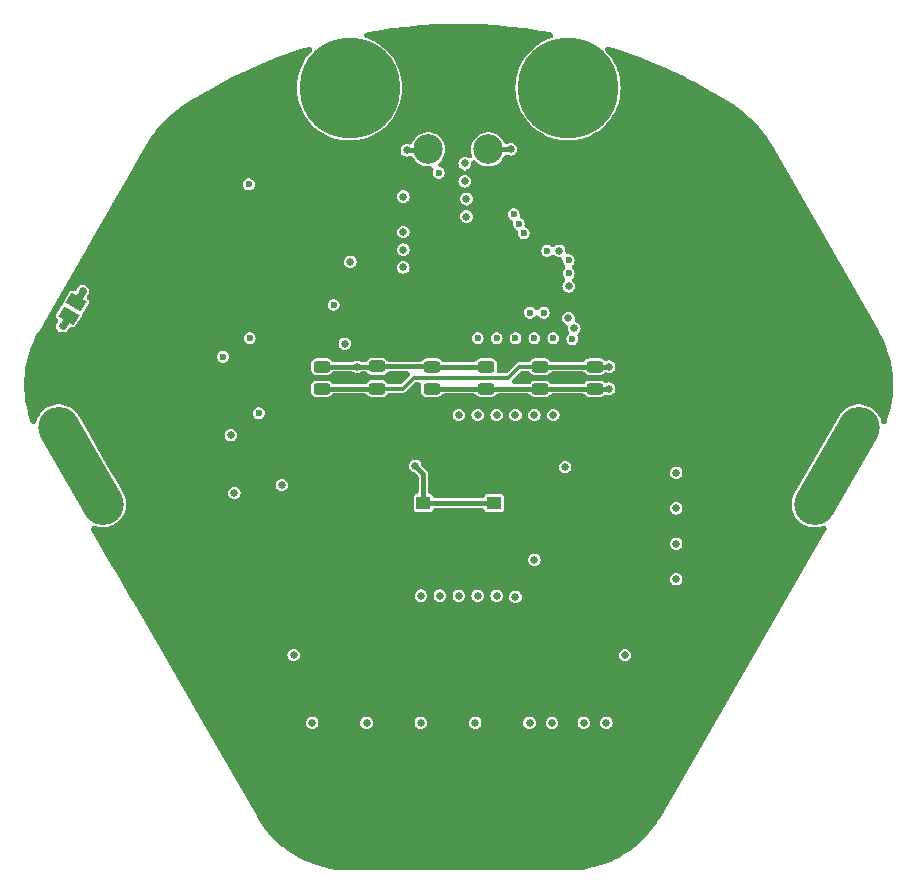
<source format=gbl>
G04 #@! TF.GenerationSoftware,KiCad,Pcbnew,8.0.4*
G04 #@! TF.CreationDate,2025-04-17T01:03:58+02:00*
G04 #@! TF.ProjectId,bms_stage_bq40z80,626d735f-7374-4616-9765-5f627134307a,rev?*
G04 #@! TF.SameCoordinates,Original*
G04 #@! TF.FileFunction,Copper,L4,Bot*
G04 #@! TF.FilePolarity,Positive*
%FSLAX46Y46*%
G04 Gerber Fmt 4.6, Leading zero omitted, Abs format (unit mm)*
G04 Created by KiCad (PCBNEW 8.0.4) date 2025-04-17 01:03:58*
%MOMM*%
%LPD*%
G01*
G04 APERTURE LIST*
G04 Aperture macros list*
%AMRoundRect*
0 Rectangle with rounded corners*
0 $1 Rounding radius*
0 $2 $3 $4 $5 $6 $7 $8 $9 X,Y pos of 4 corners*
0 Add a 4 corners polygon primitive as box body*
4,1,4,$2,$3,$4,$5,$6,$7,$8,$9,$2,$3,0*
0 Add four circle primitives for the rounded corners*
1,1,$1+$1,$2,$3*
1,1,$1+$1,$4,$5*
1,1,$1+$1,$6,$7*
1,1,$1+$1,$8,$9*
0 Add four rect primitives between the rounded corners*
20,1,$1+$1,$2,$3,$4,$5,0*
20,1,$1+$1,$4,$5,$6,$7,0*
20,1,$1+$1,$6,$7,$8,$9,0*
20,1,$1+$1,$8,$9,$2,$3,0*%
%AMHorizOval*
0 Thick line with rounded ends*
0 $1 width*
0 $2 $3 position (X,Y) of the first rounded end (center of the circle)*
0 $4 $5 position (X,Y) of the second rounded end (center of the circle)*
0 Add line between two ends*
20,1,$1,$2,$3,$4,$5,0*
0 Add two circle primitives to create the rounded ends*
1,1,$1,$2,$3*
1,1,$1,$4,$5*%
%AMRotRect*
0 Rectangle, with rotation*
0 The origin of the aperture is its center*
0 $1 length*
0 $2 width*
0 $3 Rotation angle, in degrees counterclockwise*
0 Add horizontal line*
21,1,$1,$2,0,0,$3*%
G04 Aperture macros list end*
G04 #@! TA.AperFunction,ComponentPad*
%ADD10HorizOval,3.500000X-1.875000X3.247595X1.875000X-3.247595X0*%
G04 #@! TD*
G04 #@! TA.AperFunction,ComponentPad*
%ADD11C,8.500000*%
G04 #@! TD*
G04 #@! TA.AperFunction,ComponentPad*
%ADD12HorizOval,3.500000X-1.875000X-3.247595X1.875000X3.247595X0*%
G04 #@! TD*
G04 #@! TA.AperFunction,SMDPad,CuDef*
%ADD13RoundRect,0.243750X-0.456250X0.243750X-0.456250X-0.243750X0.456250X-0.243750X0.456250X0.243750X0*%
G04 #@! TD*
G04 #@! TA.AperFunction,SMDPad,CuDef*
%ADD14C,2.500000*%
G04 #@! TD*
G04 #@! TA.AperFunction,SMDPad,CuDef*
%ADD15RoundRect,0.243750X0.456250X-0.243750X0.456250X0.243750X-0.456250X0.243750X-0.456250X-0.243750X0*%
G04 #@! TD*
G04 #@! TA.AperFunction,SMDPad,CuDef*
%ADD16R,1.200000X1.100000*%
G04 #@! TD*
G04 #@! TA.AperFunction,SMDPad,CuDef*
%ADD17RotRect,1.000000X1.500000X60.000000*%
G04 #@! TD*
G04 #@! TA.AperFunction,ViaPad*
%ADD18C,0.600000*%
G04 #@! TD*
G04 #@! TA.AperFunction,ViaPad*
%ADD19C,0.650000*%
G04 #@! TD*
G04 #@! TA.AperFunction,Conductor*
%ADD20C,0.400000*%
G04 #@! TD*
G04 #@! TA.AperFunction,Conductor*
%ADD21C,0.300000*%
G04 #@! TD*
G04 #@! TA.AperFunction,Conductor*
%ADD22C,0.600000*%
G04 #@! TD*
G04 APERTURE END LIST*
D10*
X118000000Y-101500000D03*
D11*
X159250000Y-69504000D03*
X140750000Y-69504000D03*
D12*
X182000000Y-101500000D03*
D13*
X161500000Y-93100000D03*
X161500000Y-94975000D03*
D14*
X147400000Y-74700000D03*
X152500000Y-74700000D03*
D13*
X147700000Y-93100000D03*
X147700000Y-94975000D03*
D15*
X156900000Y-94975000D03*
X156900000Y-93100000D03*
D16*
X147000000Y-104650000D03*
X147000000Y-108350000D03*
X153000000Y-104650000D03*
X153000000Y-108350000D03*
D17*
X116975000Y-88775000D03*
X117625000Y-87649166D03*
D15*
X152300000Y-94975000D03*
X152300000Y-93100000D03*
D13*
X143100000Y-93087500D03*
X143100000Y-94962500D03*
D15*
X138400000Y-94975000D03*
X138400000Y-93100000D03*
D18*
X148300000Y-76700000D03*
D19*
X140350000Y-91150000D03*
X145300000Y-80199998D03*
X160357182Y-85253522D03*
D18*
X153727420Y-84233678D03*
X156250000Y-77650000D03*
D19*
X149799999Y-88999997D03*
X147599999Y-101500003D03*
D18*
X153727421Y-86383679D03*
D19*
X150900001Y-100500000D03*
D18*
X137112917Y-101375000D03*
X157827421Y-87400000D03*
D19*
X151502045Y-82918730D03*
X163557181Y-90796086D03*
D18*
X151600000Y-90700000D03*
D19*
X137587501Y-123268751D03*
X142187498Y-123268751D03*
D18*
X153199999Y-90700000D03*
X154799999Y-90699999D03*
D19*
X146787499Y-123268748D03*
D18*
X156400001Y-90699999D03*
D19*
X151387500Y-123268749D03*
D18*
X157999999Y-90700000D03*
D19*
X160587500Y-123268751D03*
X155987499Y-123268749D03*
X159782308Y-89857816D03*
D18*
X157185642Y-88538036D03*
D19*
X159000000Y-101600000D03*
X135012917Y-103125000D03*
X150649997Y-78899999D03*
X159282309Y-88991790D03*
D18*
X156027421Y-88533678D03*
D19*
X145300000Y-78699999D03*
X146800000Y-112500000D03*
X149999997Y-97199998D03*
X136025000Y-117525000D03*
X145300000Y-84700000D03*
D18*
X130038146Y-92268847D03*
X133066025Y-97044864D03*
D19*
X140815619Y-84236922D03*
X145300000Y-81699998D03*
D18*
X132222948Y-77664659D03*
D19*
X154400000Y-74700000D03*
X150500000Y-75900000D03*
X162725000Y-94975000D03*
D18*
X155061100Y-80999998D03*
X154650000Y-80200000D03*
D19*
X162725000Y-93100000D03*
X141400000Y-93100000D03*
D18*
X155499999Y-81799998D03*
D19*
X145600000Y-74800000D03*
X150500000Y-77400000D03*
X118150000Y-86727756D03*
X130700000Y-98900000D03*
X131000000Y-103800000D03*
X116450000Y-89672243D03*
X153199999Y-97199998D03*
X150000000Y-112500000D03*
X154800001Y-97200000D03*
X151600000Y-112500000D03*
X156400000Y-97199999D03*
X153200000Y-112500000D03*
X162487500Y-123268750D03*
X154800000Y-112600000D03*
X157887500Y-123268749D03*
X158000000Y-97200000D03*
D18*
X132300000Y-90700000D03*
D19*
X150649999Y-80399999D03*
D18*
X139395448Y-87881982D03*
D19*
X145300000Y-83199998D03*
X148400000Y-112500000D03*
X151600000Y-97199999D03*
X146300000Y-101500000D03*
D18*
X157500000Y-83300000D03*
D19*
X159300000Y-86300000D03*
X168400000Y-102100000D03*
X168400000Y-111100000D03*
X158500000Y-83300000D03*
X168400000Y-108100000D03*
D18*
X159300000Y-84100000D03*
X159300000Y-85200000D03*
D19*
X168400000Y-105100000D03*
X156400000Y-109450002D03*
D18*
X159618283Y-90772352D03*
D19*
X164075000Y-117525000D03*
D20*
X152720035Y-82136834D02*
X152678359Y-81981294D01*
X152500000Y-74700000D02*
X154400000Y-74700000D01*
X161500000Y-94975000D02*
X156900000Y-94975000D01*
X152300000Y-94975000D02*
X147700000Y-94975000D01*
X161500000Y-94975000D02*
X162725000Y-94975000D01*
X152300000Y-94975000D02*
X156900000Y-94975000D01*
X156900000Y-93100000D02*
X161500000Y-93100000D01*
D21*
X145237500Y-94962500D02*
X146175000Y-94025000D01*
D20*
X161500000Y-93100000D02*
X162725000Y-93100000D01*
D21*
X146175000Y-94025000D02*
X154175000Y-94025000D01*
X143100000Y-94962500D02*
X145237500Y-94962500D01*
X155100000Y-93100000D02*
X156900000Y-93100000D01*
X154175000Y-94025000D02*
X155100000Y-93100000D01*
D20*
X143100000Y-94962500D02*
X138412500Y-94962500D01*
X138400000Y-93100000D02*
X141400000Y-93100000D01*
X143100000Y-93087500D02*
X147687500Y-93087500D01*
X147687500Y-93087500D02*
X147700000Y-93100000D01*
X152300000Y-93100000D02*
X147700000Y-93100000D01*
X141400000Y-93100000D02*
X143087500Y-93100000D01*
X147400000Y-74800000D02*
X145600000Y-74800000D01*
D22*
X117625000Y-87637083D02*
X118150000Y-86727756D01*
X116975000Y-88762916D02*
X116450000Y-89672243D01*
D20*
X147000000Y-104650000D02*
X147000000Y-102200000D01*
X147000000Y-104650000D02*
X153000000Y-104650000D01*
X147000000Y-102200000D02*
X146300000Y-101500000D01*
G04 #@! TA.AperFunction,Conductor*
G36*
X150639928Y-64083465D02*
G01*
X151904429Y-64121013D01*
X151911782Y-64121341D01*
X153174661Y-64196408D01*
X153181951Y-64196951D01*
X154442035Y-64309468D01*
X154449348Y-64310230D01*
X155705577Y-64460103D01*
X155712841Y-64461080D01*
X156964000Y-64648164D01*
X156971263Y-64649360D01*
X157802533Y-64799008D01*
X157892954Y-64834544D01*
X157962894Y-64901979D01*
X158001704Y-64991046D01*
X158003476Y-65088184D01*
X157967939Y-65178607D01*
X157900504Y-65248547D01*
X157828570Y-65282981D01*
X157792731Y-65293504D01*
X157399098Y-65451092D01*
X157022231Y-65645380D01*
X157022227Y-65645382D01*
X156665540Y-65874611D01*
X156665534Y-65874615D01*
X156332237Y-66136721D01*
X156025361Y-66429328D01*
X155747715Y-66749748D01*
X155747691Y-66749778D01*
X155501766Y-67095131D01*
X155501747Y-67095160D01*
X155289757Y-67462339D01*
X155289750Y-67462353D01*
X155113615Y-67848033D01*
X155113610Y-67848045D01*
X154974935Y-68248720D01*
X154974932Y-68248731D01*
X154874973Y-68660770D01*
X154814627Y-69080479D01*
X154794453Y-69504000D01*
X154814627Y-69927520D01*
X154874973Y-70347229D01*
X154974932Y-70759268D01*
X154974935Y-70759279D01*
X155113610Y-71159954D01*
X155113615Y-71159966D01*
X155289750Y-71545646D01*
X155289757Y-71545660D01*
X155501747Y-71912839D01*
X155501766Y-71912868D01*
X155747691Y-72258221D01*
X155747715Y-72258251D01*
X156025361Y-72578671D01*
X156025367Y-72578676D01*
X156025369Y-72578679D01*
X156332237Y-72871278D01*
X156665529Y-73133381D01*
X157022227Y-73362617D01*
X157399099Y-73556908D01*
X157792733Y-73714496D01*
X158199565Y-73833952D01*
X158199570Y-73833953D01*
X158199577Y-73833955D01*
X158557965Y-73903028D01*
X158615910Y-73914196D01*
X159037997Y-73954500D01*
X159038002Y-73954500D01*
X159461998Y-73954500D01*
X159462003Y-73954500D01*
X159884090Y-73914196D01*
X159884100Y-73914194D01*
X160300422Y-73833955D01*
X160300426Y-73833953D01*
X160300435Y-73833952D01*
X160707267Y-73714496D01*
X161100901Y-73556908D01*
X161477774Y-73362617D01*
X161834471Y-73133381D01*
X162167763Y-72871278D01*
X162474631Y-72578679D01*
X162752297Y-72258236D01*
X162905000Y-72043796D01*
X162998233Y-71912868D01*
X162998234Y-71912866D01*
X162998245Y-71912851D01*
X163210248Y-71545650D01*
X163386387Y-71159960D01*
X163525066Y-70759273D01*
X163625029Y-70347218D01*
X163685372Y-69927527D01*
X163705547Y-69504000D01*
X163685372Y-69080473D01*
X163625029Y-68660782D01*
X163525066Y-68248727D01*
X163435100Y-67988788D01*
X163386389Y-67848045D01*
X163386384Y-67848033D01*
X163210249Y-67462353D01*
X163210248Y-67462350D01*
X163149071Y-67356388D01*
X162998252Y-67095160D01*
X162998233Y-67095131D01*
X162752308Y-66749778D01*
X162752284Y-66749748D01*
X162474636Y-66429326D01*
X162470541Y-66425031D01*
X162472026Y-66423614D01*
X162422987Y-66354011D01*
X162401682Y-66259221D01*
X162418274Y-66163493D01*
X162470237Y-66081402D01*
X162549659Y-66025445D01*
X162644449Y-66004140D01*
X162723441Y-66014954D01*
X163142360Y-66143101D01*
X163149347Y-66145352D01*
X164347619Y-66551168D01*
X164354500Y-66553613D01*
X165540213Y-66994822D01*
X165546995Y-66997461D01*
X166719080Y-67473665D01*
X166725822Y-67476521D01*
X167567694Y-67848045D01*
X167883245Y-67987300D01*
X167889963Y-67990385D01*
X169031649Y-68535261D01*
X169038271Y-68538543D01*
X169387023Y-68717884D01*
X170163290Y-69117069D01*
X170169769Y-69120523D01*
X171277203Y-69732233D01*
X171283570Y-69735875D01*
X171607422Y-69927520D01*
X172372271Y-70380134D01*
X172378576Y-70383992D01*
X173446193Y-71059343D01*
X173455341Y-71065417D01*
X173591156Y-71159966D01*
X173879549Y-71360732D01*
X173891263Y-71369406D01*
X174296079Y-71687945D01*
X174307264Y-71697289D01*
X174692750Y-72038966D01*
X174703369Y-72048949D01*
X175068185Y-72412578D01*
X175078202Y-72423164D01*
X175421133Y-72807530D01*
X175430514Y-72818686D01*
X175750362Y-73222452D01*
X175759074Y-73234135D01*
X176054766Y-73655941D01*
X176062779Y-73668116D01*
X176335391Y-74109915D01*
X176339125Y-74116169D01*
X176390406Y-74204988D01*
X176390408Y-74204991D01*
X185567176Y-90099621D01*
X185567176Y-90099622D01*
X185567177Y-90099622D01*
X185585192Y-90130825D01*
X185588923Y-90137525D01*
X185847167Y-90618439D01*
X185854003Y-90632167D01*
X186080543Y-91124570D01*
X186086521Y-91138693D01*
X186282321Y-91644111D01*
X186287418Y-91658575D01*
X186451731Y-92175085D01*
X186455927Y-92189834D01*
X186475800Y-92268847D01*
X186588135Y-92715496D01*
X186591415Y-92730477D01*
X186691005Y-93263240D01*
X186693358Y-93278394D01*
X186759966Y-93816314D01*
X186761381Y-93831584D01*
X186766407Y-93913070D01*
X186791844Y-94325500D01*
X186794748Y-94372575D01*
X186795220Y-94387904D01*
X186795220Y-94929912D01*
X186794748Y-94945241D01*
X186761380Y-95486232D01*
X186759965Y-95501503D01*
X186693355Y-96039425D01*
X186691002Y-96054578D01*
X186591410Y-96587350D01*
X186588129Y-96602332D01*
X186455925Y-97127969D01*
X186451729Y-97142719D01*
X186287407Y-97659255D01*
X186282309Y-97673719D01*
X186236676Y-97791511D01*
X186184580Y-97873518D01*
X186105067Y-97929346D01*
X186010242Y-97950496D01*
X185914542Y-97933747D01*
X185832535Y-97881651D01*
X185776707Y-97802138D01*
X185763978Y-97766017D01*
X185725950Y-97624092D01*
X185705529Y-97574792D01*
X185628107Y-97387877D01*
X185628105Y-97387873D01*
X185628104Y-97387870D01*
X185500262Y-97166440D01*
X185344610Y-96963591D01*
X185163813Y-96782795D01*
X185163810Y-96782793D01*
X185163807Y-96782790D01*
X184960975Y-96627151D01*
X184960967Y-96627145D01*
X184960966Y-96627144D01*
X184917995Y-96602335D01*
X184887813Y-96584909D01*
X184739535Y-96499301D01*
X184739533Y-96499300D01*
X184739531Y-96499299D01*
X184739522Y-96499294D01*
X184503318Y-96401457D01*
X184503316Y-96401456D01*
X184503313Y-96401455D01*
X184503309Y-96401454D01*
X184503295Y-96401449D01*
X184256343Y-96335278D01*
X184002843Y-96301905D01*
X183747158Y-96301905D01*
X183493657Y-96335278D01*
X183493653Y-96335279D01*
X183246704Y-96401449D01*
X183246681Y-96401457D01*
X183010477Y-96499294D01*
X183010468Y-96499299D01*
X182789039Y-96627140D01*
X182789032Y-96627144D01*
X182586185Y-96782796D01*
X182586184Y-96782797D01*
X182405386Y-96963594D01*
X182405384Y-96963596D01*
X182249744Y-97166430D01*
X182249733Y-97166448D01*
X178371898Y-103883054D01*
X178371893Y-103883065D01*
X178274052Y-104119274D01*
X178274051Y-104119278D01*
X178207873Y-104366258D01*
X178174500Y-104619752D01*
X178174500Y-104875437D01*
X178204064Y-105100000D01*
X178207874Y-105128935D01*
X178232206Y-105219745D01*
X178274051Y-105375911D01*
X178274052Y-105375915D01*
X178371893Y-105612124D01*
X178371898Y-105612135D01*
X178499739Y-105833560D01*
X178499740Y-105833563D01*
X178655382Y-106036399D01*
X178655386Y-106036403D01*
X178655390Y-106036408D01*
X178836187Y-106217205D01*
X178836191Y-106217208D01*
X178836195Y-106217212D01*
X179039031Y-106372854D01*
X179039033Y-106372854D01*
X179039035Y-106372856D01*
X179144569Y-106433786D01*
X179260459Y-106500696D01*
X179260462Y-106500697D01*
X179260465Y-106500699D01*
X179304095Y-106518771D01*
X179496679Y-106598542D01*
X179496680Y-106598542D01*
X179496687Y-106598545D01*
X179743660Y-106664721D01*
X179997157Y-106698095D01*
X180252843Y-106698095D01*
X180506340Y-106664721D01*
X180753313Y-106598545D01*
X180802196Y-106578296D01*
X180897479Y-106559343D01*
X180992768Y-106578296D01*
X181073550Y-106632271D01*
X181127528Y-106713051D01*
X181146483Y-106808339D01*
X181127530Y-106903628D01*
X181113123Y-106932843D01*
X167096260Y-131210764D01*
X167096258Y-131210767D01*
X167089027Y-131223291D01*
X167085098Y-131229862D01*
X166798135Y-131693360D01*
X166789676Y-131706127D01*
X166476989Y-132147959D01*
X166467761Y-132160183D01*
X166128499Y-132581958D01*
X166118538Y-132593591D01*
X165753982Y-132993718D01*
X165743323Y-133004717D01*
X165354850Y-133381680D01*
X165343537Y-133392002D01*
X164932645Y-133744353D01*
X164920718Y-133753961D01*
X164488916Y-134080403D01*
X164476420Y-134089259D01*
X164025385Y-134388523D01*
X164012369Y-134396594D01*
X163543772Y-134667573D01*
X163530284Y-134674828D01*
X163045941Y-134916473D01*
X163032032Y-134922886D01*
X162533719Y-135134308D01*
X162519444Y-135139853D01*
X162009101Y-135320232D01*
X161994511Y-135324890D01*
X161474022Y-135473559D01*
X161459173Y-135477310D01*
X160930548Y-135593694D01*
X160915496Y-135596526D01*
X160380687Y-135680194D01*
X160365490Y-135682094D01*
X159826583Y-135732723D01*
X159811298Y-135733686D01*
X159265594Y-135751238D01*
X159257589Y-135751367D01*
X140753829Y-135751367D01*
X140746161Y-135751249D01*
X140200566Y-135734439D01*
X140185259Y-135733495D01*
X139645548Y-135683482D01*
X139630328Y-135681597D01*
X139094733Y-135598456D01*
X139079659Y-135595638D01*
X138550188Y-135479682D01*
X138535314Y-135475941D01*
X138013994Y-135327611D01*
X137999381Y-135322962D01*
X137488173Y-135142819D01*
X137473877Y-135137281D01*
X137348142Y-135084061D01*
X136974733Y-134926010D01*
X136960801Y-134919600D01*
X136475602Y-134677998D01*
X136462091Y-134670743D01*
X135992700Y-134399739D01*
X135979661Y-134391666D01*
X135527835Y-134092274D01*
X135515317Y-134083413D01*
X135082764Y-133756762D01*
X135070827Y-133747155D01*
X134659229Y-133394518D01*
X134647899Y-133384190D01*
X134258769Y-133006863D01*
X134248093Y-132995853D01*
X133882928Y-132595283D01*
X133872951Y-132583636D01*
X133535834Y-132164697D01*
X133533170Y-132161386D01*
X133523929Y-132149151D01*
X133210759Y-131706745D01*
X133202288Y-131693961D01*
X132914485Y-131229139D01*
X132910549Y-131222557D01*
X132904260Y-131211664D01*
X132904255Y-131211655D01*
X132874672Y-131160410D01*
X132874660Y-131160395D01*
X128318417Y-123268751D01*
X137057466Y-123268751D01*
X137075527Y-123405934D01*
X137128476Y-123533766D01*
X137128478Y-123533771D01*
X137128479Y-123533773D01*
X137212705Y-123643536D01*
X137212710Y-123643542D01*
X137212713Y-123643544D01*
X137212714Y-123643545D01*
X137322478Y-123727772D01*
X137322481Y-123727773D01*
X137322483Y-123727775D01*
X137450318Y-123780725D01*
X137587501Y-123798786D01*
X137724684Y-123780725D01*
X137852519Y-123727775D01*
X137962292Y-123643542D01*
X138046525Y-123533769D01*
X138099475Y-123405934D01*
X138117536Y-123268751D01*
X141657463Y-123268751D01*
X141675524Y-123405934D01*
X141728473Y-123533766D01*
X141728475Y-123533771D01*
X141728476Y-123533773D01*
X141812702Y-123643536D01*
X141812707Y-123643542D01*
X141812710Y-123643544D01*
X141812711Y-123643545D01*
X141922475Y-123727772D01*
X141922478Y-123727773D01*
X141922480Y-123727775D01*
X142050315Y-123780725D01*
X142187498Y-123798786D01*
X142324681Y-123780725D01*
X142452516Y-123727775D01*
X142562289Y-123643542D01*
X142646522Y-123533769D01*
X142699472Y-123405934D01*
X142717533Y-123268751D01*
X142717533Y-123268748D01*
X146257464Y-123268748D01*
X146275525Y-123405931D01*
X146275527Y-123405935D01*
X146328476Y-123533768D01*
X146328477Y-123533770D01*
X146412704Y-123643534D01*
X146412708Y-123643539D01*
X146412711Y-123643541D01*
X146412712Y-123643542D01*
X146522476Y-123727769D01*
X146522479Y-123727770D01*
X146522481Y-123727772D01*
X146650316Y-123780722D01*
X146787499Y-123798783D01*
X146924682Y-123780722D01*
X147052517Y-123727772D01*
X147162290Y-123643539D01*
X147246523Y-123533766D01*
X147299473Y-123405931D01*
X147317534Y-123268749D01*
X150857465Y-123268749D01*
X150875526Y-123405932D01*
X150928476Y-123533766D01*
X150928477Y-123533769D01*
X150928478Y-123533771D01*
X151012704Y-123643534D01*
X151012709Y-123643540D01*
X151012712Y-123643542D01*
X151012713Y-123643543D01*
X151122477Y-123727770D01*
X151122480Y-123727771D01*
X151122482Y-123727773D01*
X151250317Y-123780723D01*
X151387500Y-123798784D01*
X151524683Y-123780723D01*
X151652518Y-123727773D01*
X151762291Y-123643540D01*
X151846524Y-123533767D01*
X151899474Y-123405932D01*
X151917535Y-123268749D01*
X155457464Y-123268749D01*
X155475525Y-123405932D01*
X155528475Y-123533766D01*
X155528476Y-123533769D01*
X155528477Y-123533771D01*
X155612703Y-123643534D01*
X155612708Y-123643540D01*
X155612711Y-123643542D01*
X155612712Y-123643543D01*
X155722476Y-123727770D01*
X155722479Y-123727771D01*
X155722481Y-123727773D01*
X155850316Y-123780723D01*
X155987499Y-123798784D01*
X156124682Y-123780723D01*
X156252517Y-123727773D01*
X156362290Y-123643540D01*
X156446523Y-123533767D01*
X156499473Y-123405932D01*
X156517534Y-123268749D01*
X157357465Y-123268749D01*
X157375526Y-123405932D01*
X157428476Y-123533766D01*
X157428477Y-123533769D01*
X157428478Y-123533771D01*
X157512704Y-123643534D01*
X157512709Y-123643540D01*
X157512712Y-123643542D01*
X157512713Y-123643543D01*
X157622477Y-123727770D01*
X157622480Y-123727771D01*
X157622482Y-123727773D01*
X157750317Y-123780723D01*
X157887500Y-123798784D01*
X158024683Y-123780723D01*
X158152518Y-123727773D01*
X158262291Y-123643540D01*
X158346524Y-123533767D01*
X158399474Y-123405932D01*
X158417535Y-123268751D01*
X160057465Y-123268751D01*
X160075526Y-123405934D01*
X160128475Y-123533766D01*
X160128477Y-123533771D01*
X160128478Y-123533773D01*
X160212704Y-123643536D01*
X160212709Y-123643542D01*
X160212712Y-123643544D01*
X160212713Y-123643545D01*
X160322477Y-123727772D01*
X160322480Y-123727773D01*
X160322482Y-123727775D01*
X160450317Y-123780725D01*
X160587500Y-123798786D01*
X160724683Y-123780725D01*
X160852518Y-123727775D01*
X160962291Y-123643542D01*
X161046524Y-123533769D01*
X161099474Y-123405934D01*
X161117535Y-123268751D01*
X161117535Y-123268750D01*
X161957465Y-123268750D01*
X161975526Y-123405933D01*
X161975527Y-123405935D01*
X162028477Y-123533770D01*
X162028478Y-123533772D01*
X162112704Y-123643535D01*
X162112709Y-123643541D01*
X162112712Y-123643543D01*
X162112713Y-123643544D01*
X162222477Y-123727771D01*
X162222480Y-123727772D01*
X162222482Y-123727774D01*
X162350317Y-123780724D01*
X162487500Y-123798785D01*
X162624683Y-123780724D01*
X162752518Y-123727774D01*
X162862291Y-123643541D01*
X162946524Y-123533768D01*
X162999474Y-123405933D01*
X163017535Y-123268750D01*
X162999474Y-123131567D01*
X162999472Y-123131561D01*
X162999472Y-123131560D01*
X162946527Y-123003739D01*
X162946524Y-123003733D01*
X162946519Y-123003727D01*
X162862291Y-122893959D01*
X162862286Y-122893955D01*
X162752522Y-122809728D01*
X162752520Y-122809727D01*
X162752518Y-122809726D01*
X162624683Y-122756776D01*
X162487500Y-122738715D01*
X162350317Y-122756776D01*
X162350316Y-122756776D01*
X162350310Y-122756777D01*
X162222489Y-122809722D01*
X162222479Y-122809728D01*
X162112713Y-122893954D01*
X162112704Y-122893963D01*
X162028478Y-123003729D01*
X162028472Y-123003739D01*
X161975527Y-123131560D01*
X161975526Y-123131566D01*
X161975526Y-123131567D01*
X161957465Y-123268750D01*
X161117535Y-123268750D01*
X161099474Y-123131568D01*
X161099472Y-123131564D01*
X161099472Y-123131561D01*
X161046527Y-123003740D01*
X161046524Y-123003734D01*
X160962293Y-122893963D01*
X160962291Y-122893960D01*
X160962286Y-122893956D01*
X160852522Y-122809729D01*
X160852520Y-122809728D01*
X160852518Y-122809727D01*
X160724683Y-122756777D01*
X160587500Y-122738716D01*
X160450317Y-122756777D01*
X160450316Y-122756777D01*
X160450310Y-122756778D01*
X160322489Y-122809723D01*
X160322479Y-122809729D01*
X160212713Y-122893955D01*
X160212704Y-122893964D01*
X160128478Y-123003730D01*
X160128472Y-123003740D01*
X160075527Y-123131561D01*
X160075526Y-123131567D01*
X160075526Y-123131568D01*
X160057465Y-123268751D01*
X158417535Y-123268751D01*
X158417535Y-123268749D01*
X158399474Y-123131566D01*
X158399472Y-123131560D01*
X158399472Y-123131559D01*
X158346527Y-123003738D01*
X158346524Y-123003732D01*
X158346520Y-123003727D01*
X158262291Y-122893958D01*
X158262286Y-122893954D01*
X158152522Y-122809727D01*
X158152520Y-122809726D01*
X158152518Y-122809725D01*
X158024683Y-122756775D01*
X157887500Y-122738714D01*
X157750317Y-122756775D01*
X157750316Y-122756775D01*
X157750310Y-122756776D01*
X157622489Y-122809721D01*
X157622479Y-122809727D01*
X157512713Y-122893953D01*
X157512704Y-122893962D01*
X157428478Y-123003728D01*
X157428472Y-123003738D01*
X157375527Y-123131559D01*
X157375526Y-123131565D01*
X157375526Y-123131566D01*
X157357465Y-123268749D01*
X156517534Y-123268749D01*
X156499473Y-123131566D01*
X156499471Y-123131560D01*
X156499471Y-123131559D01*
X156446526Y-123003738D01*
X156446523Y-123003732D01*
X156446519Y-123003727D01*
X156362290Y-122893958D01*
X156362285Y-122893954D01*
X156252521Y-122809727D01*
X156252519Y-122809726D01*
X156252517Y-122809725D01*
X156124682Y-122756775D01*
X155987499Y-122738714D01*
X155850316Y-122756775D01*
X155850315Y-122756775D01*
X155850309Y-122756776D01*
X155722488Y-122809721D01*
X155722478Y-122809727D01*
X155612712Y-122893953D01*
X155612703Y-122893962D01*
X155528477Y-123003728D01*
X155528471Y-123003738D01*
X155475526Y-123131559D01*
X155475525Y-123131565D01*
X155475525Y-123131566D01*
X155457464Y-123268749D01*
X151917535Y-123268749D01*
X151899474Y-123131566D01*
X151899472Y-123131560D01*
X151899472Y-123131559D01*
X151846527Y-123003738D01*
X151846524Y-123003732D01*
X151846520Y-123003727D01*
X151762291Y-122893958D01*
X151762286Y-122893954D01*
X151652522Y-122809727D01*
X151652520Y-122809726D01*
X151652518Y-122809725D01*
X151524683Y-122756775D01*
X151387500Y-122738714D01*
X151250317Y-122756775D01*
X151250316Y-122756775D01*
X151250310Y-122756776D01*
X151122489Y-122809721D01*
X151122479Y-122809727D01*
X151012713Y-122893953D01*
X151012704Y-122893962D01*
X150928478Y-123003728D01*
X150928472Y-123003738D01*
X150875527Y-123131559D01*
X150875526Y-123131565D01*
X150875526Y-123131566D01*
X150857465Y-123268749D01*
X147317534Y-123268749D01*
X147317534Y-123268748D01*
X147299473Y-123131565D01*
X147299471Y-123131559D01*
X147299471Y-123131558D01*
X147246526Y-123003737D01*
X147246523Y-123003731D01*
X147162295Y-122893964D01*
X147162290Y-122893957D01*
X147162285Y-122893953D01*
X147052521Y-122809726D01*
X147052519Y-122809725D01*
X147052517Y-122809724D01*
X146924682Y-122756774D01*
X146787499Y-122738713D01*
X146650316Y-122756774D01*
X146650315Y-122756774D01*
X146650309Y-122756775D01*
X146522488Y-122809720D01*
X146522478Y-122809726D01*
X146412712Y-122893952D01*
X146412703Y-122893961D01*
X146328477Y-123003727D01*
X146328471Y-123003737D01*
X146275526Y-123131558D01*
X146275525Y-123131564D01*
X146275525Y-123131565D01*
X146257464Y-123268748D01*
X142717533Y-123268748D01*
X142699472Y-123131568D01*
X142699470Y-123131564D01*
X142699470Y-123131561D01*
X142646525Y-123003740D01*
X142646522Y-123003734D01*
X142562291Y-122893963D01*
X142562289Y-122893960D01*
X142562284Y-122893956D01*
X142452520Y-122809729D01*
X142452518Y-122809728D01*
X142452516Y-122809727D01*
X142324681Y-122756777D01*
X142187498Y-122738716D01*
X142050315Y-122756777D01*
X142050314Y-122756777D01*
X142050308Y-122756778D01*
X141922487Y-122809723D01*
X141922477Y-122809729D01*
X141812711Y-122893955D01*
X141812702Y-122893964D01*
X141728476Y-123003730D01*
X141728470Y-123003740D01*
X141675525Y-123131561D01*
X141675524Y-123131567D01*
X141675524Y-123131568D01*
X141657463Y-123268751D01*
X138117536Y-123268751D01*
X138099475Y-123131568D01*
X138099473Y-123131564D01*
X138099473Y-123131561D01*
X138046528Y-123003740D01*
X138046525Y-123003734D01*
X137962294Y-122893963D01*
X137962292Y-122893960D01*
X137962287Y-122893956D01*
X137852523Y-122809729D01*
X137852521Y-122809728D01*
X137852519Y-122809727D01*
X137724684Y-122756777D01*
X137587501Y-122738716D01*
X137450318Y-122756777D01*
X137450317Y-122756777D01*
X137450311Y-122756778D01*
X137322490Y-122809723D01*
X137322480Y-122809729D01*
X137212714Y-122893955D01*
X137212705Y-122893964D01*
X137128479Y-123003730D01*
X137128473Y-123003740D01*
X137075528Y-123131561D01*
X137075527Y-123131567D01*
X137075527Y-123131568D01*
X137057466Y-123268751D01*
X128318417Y-123268751D01*
X125002261Y-117525000D01*
X135494965Y-117525000D01*
X135513026Y-117662183D01*
X135565976Y-117790018D01*
X135565977Y-117790020D01*
X135565978Y-117790022D01*
X135650205Y-117899786D01*
X135650209Y-117899791D01*
X135650213Y-117899794D01*
X135759977Y-117984021D01*
X135759980Y-117984022D01*
X135759982Y-117984024D01*
X135887817Y-118036974D01*
X136025000Y-118055035D01*
X136162183Y-118036974D01*
X136290018Y-117984024D01*
X136399791Y-117899791D01*
X136484024Y-117790018D01*
X136536974Y-117662183D01*
X136555035Y-117525000D01*
X163544965Y-117525000D01*
X163563026Y-117662183D01*
X163615976Y-117790018D01*
X163615977Y-117790020D01*
X163615978Y-117790022D01*
X163700205Y-117899786D01*
X163700209Y-117899791D01*
X163700213Y-117899794D01*
X163809977Y-117984021D01*
X163809980Y-117984022D01*
X163809982Y-117984024D01*
X163937817Y-118036974D01*
X164075000Y-118055035D01*
X164212183Y-118036974D01*
X164340018Y-117984024D01*
X164449791Y-117899791D01*
X164534024Y-117790018D01*
X164586974Y-117662183D01*
X164605035Y-117525000D01*
X164586974Y-117387817D01*
X164586972Y-117387813D01*
X164586972Y-117387810D01*
X164534027Y-117259989D01*
X164534024Y-117259983D01*
X164449794Y-117150213D01*
X164449791Y-117150209D01*
X164449786Y-117150205D01*
X164340022Y-117065978D01*
X164340020Y-117065977D01*
X164340008Y-117065972D01*
X164212183Y-117013026D01*
X164075000Y-116994965D01*
X163937817Y-117013026D01*
X163937816Y-117013026D01*
X163937810Y-117013027D01*
X163809989Y-117065972D01*
X163809979Y-117065978D01*
X163700213Y-117150204D01*
X163700204Y-117150213D01*
X163615978Y-117259979D01*
X163615972Y-117259989D01*
X163563027Y-117387810D01*
X163563026Y-117387816D01*
X163563026Y-117387817D01*
X163544965Y-117525000D01*
X136555035Y-117525000D01*
X136536974Y-117387817D01*
X136536972Y-117387813D01*
X136536972Y-117387810D01*
X136484027Y-117259989D01*
X136484024Y-117259983D01*
X136399794Y-117150213D01*
X136399791Y-117150209D01*
X136399786Y-117150205D01*
X136290022Y-117065978D01*
X136290020Y-117065977D01*
X136290008Y-117065972D01*
X136162183Y-117013026D01*
X136025000Y-116994965D01*
X135887817Y-117013026D01*
X135887816Y-117013026D01*
X135887810Y-117013027D01*
X135759989Y-117065972D01*
X135759979Y-117065978D01*
X135650213Y-117150204D01*
X135650204Y-117150213D01*
X135565978Y-117259979D01*
X135565972Y-117259989D01*
X135513027Y-117387810D01*
X135513026Y-117387816D01*
X135513026Y-117387817D01*
X135494965Y-117525000D01*
X125002261Y-117525000D01*
X122464827Y-113130035D01*
X122101076Y-112500000D01*
X146269965Y-112500000D01*
X146288026Y-112637183D01*
X146329447Y-112737183D01*
X146340977Y-112765020D01*
X146340978Y-112765022D01*
X146417710Y-112865018D01*
X146425209Y-112874791D01*
X146425213Y-112874794D01*
X146534977Y-112959021D01*
X146534980Y-112959022D01*
X146534982Y-112959024D01*
X146662817Y-113011974D01*
X146800000Y-113030035D01*
X146937183Y-113011974D01*
X147065018Y-112959024D01*
X147174791Y-112874791D01*
X147259024Y-112765018D01*
X147311974Y-112637183D01*
X147330035Y-112500000D01*
X147869965Y-112500000D01*
X147888026Y-112637183D01*
X147929447Y-112737183D01*
X147940977Y-112765020D01*
X147940978Y-112765022D01*
X148017710Y-112865018D01*
X148025209Y-112874791D01*
X148025213Y-112874794D01*
X148134977Y-112959021D01*
X148134980Y-112959022D01*
X148134982Y-112959024D01*
X148262817Y-113011974D01*
X148400000Y-113030035D01*
X148537183Y-113011974D01*
X148665018Y-112959024D01*
X148774791Y-112874791D01*
X148859024Y-112765018D01*
X148911974Y-112637183D01*
X148930035Y-112500000D01*
X149469965Y-112500000D01*
X149488026Y-112637183D01*
X149529447Y-112737183D01*
X149540977Y-112765020D01*
X149540978Y-112765022D01*
X149617710Y-112865018D01*
X149625209Y-112874791D01*
X149625213Y-112874794D01*
X149734977Y-112959021D01*
X149734980Y-112959022D01*
X149734982Y-112959024D01*
X149862817Y-113011974D01*
X150000000Y-113030035D01*
X150137183Y-113011974D01*
X150265018Y-112959024D01*
X150374791Y-112874791D01*
X150459024Y-112765018D01*
X150511974Y-112637183D01*
X150530035Y-112500000D01*
X151069965Y-112500000D01*
X151088026Y-112637183D01*
X151129447Y-112737183D01*
X151140977Y-112765020D01*
X151140978Y-112765022D01*
X151217710Y-112865018D01*
X151225209Y-112874791D01*
X151225213Y-112874794D01*
X151334977Y-112959021D01*
X151334980Y-112959022D01*
X151334982Y-112959024D01*
X151462817Y-113011974D01*
X151600000Y-113030035D01*
X151737183Y-113011974D01*
X151865018Y-112959024D01*
X151974791Y-112874791D01*
X152059024Y-112765018D01*
X152111974Y-112637183D01*
X152130035Y-112500000D01*
X152669965Y-112500000D01*
X152688026Y-112637183D01*
X152729447Y-112737183D01*
X152740977Y-112765020D01*
X152740978Y-112765022D01*
X152817710Y-112865018D01*
X152825209Y-112874791D01*
X152825213Y-112874794D01*
X152934977Y-112959021D01*
X152934980Y-112959022D01*
X152934982Y-112959024D01*
X153062817Y-113011974D01*
X153200000Y-113030035D01*
X153337183Y-113011974D01*
X153465018Y-112959024D01*
X153574791Y-112874791D01*
X153659024Y-112765018D01*
X153711974Y-112637183D01*
X153716869Y-112600000D01*
X154269965Y-112600000D01*
X154288026Y-112737183D01*
X154340976Y-112865018D01*
X154340977Y-112865020D01*
X154340978Y-112865022D01*
X154348477Y-112874794D01*
X154425209Y-112974791D01*
X154425213Y-112974794D01*
X154534977Y-113059021D01*
X154534980Y-113059022D01*
X154534982Y-113059024D01*
X154662817Y-113111974D01*
X154800000Y-113130035D01*
X154937183Y-113111974D01*
X155065018Y-113059024D01*
X155174791Y-112974791D01*
X155259024Y-112865018D01*
X155311974Y-112737183D01*
X155330035Y-112600000D01*
X155311974Y-112462817D01*
X155311972Y-112462813D01*
X155311972Y-112462810D01*
X155259027Y-112334989D01*
X155259024Y-112334983D01*
X155182295Y-112234989D01*
X155174791Y-112225209D01*
X155174786Y-112225205D01*
X155065022Y-112140978D01*
X155065020Y-112140977D01*
X155065008Y-112140972D01*
X154937183Y-112088026D01*
X154800000Y-112069965D01*
X154662817Y-112088026D01*
X154662816Y-112088026D01*
X154662810Y-112088027D01*
X154534989Y-112140972D01*
X154534979Y-112140978D01*
X154425213Y-112225204D01*
X154425204Y-112225213D01*
X154340978Y-112334979D01*
X154340972Y-112334989D01*
X154288027Y-112462810D01*
X154288026Y-112462816D01*
X154288026Y-112462817D01*
X154269965Y-112600000D01*
X153716869Y-112600000D01*
X153730035Y-112500000D01*
X153711974Y-112362817D01*
X153711972Y-112362813D01*
X153711972Y-112362810D01*
X153659027Y-112234989D01*
X153659024Y-112234983D01*
X153586890Y-112140977D01*
X153574791Y-112125209D01*
X153574786Y-112125205D01*
X153465022Y-112040978D01*
X153465020Y-112040977D01*
X153465008Y-112040972D01*
X153337183Y-111988026D01*
X153200000Y-111969965D01*
X153062817Y-111988026D01*
X153062816Y-111988026D01*
X153062810Y-111988027D01*
X152934989Y-112040972D01*
X152934979Y-112040978D01*
X152825213Y-112125204D01*
X152825204Y-112125213D01*
X152740978Y-112234979D01*
X152740972Y-112234989D01*
X152688027Y-112362810D01*
X152688026Y-112362816D01*
X152688026Y-112362817D01*
X152669965Y-112500000D01*
X152130035Y-112500000D01*
X152111974Y-112362817D01*
X152111972Y-112362813D01*
X152111972Y-112362810D01*
X152059027Y-112234989D01*
X152059024Y-112234983D01*
X151986890Y-112140977D01*
X151974791Y-112125209D01*
X151974786Y-112125205D01*
X151865022Y-112040978D01*
X151865020Y-112040977D01*
X151865008Y-112040972D01*
X151737183Y-111988026D01*
X151600000Y-111969965D01*
X151462817Y-111988026D01*
X151462816Y-111988026D01*
X151462810Y-111988027D01*
X151334989Y-112040972D01*
X151334979Y-112040978D01*
X151225213Y-112125204D01*
X151225204Y-112125213D01*
X151140978Y-112234979D01*
X151140972Y-112234989D01*
X151088027Y-112362810D01*
X151088026Y-112362816D01*
X151088026Y-112362817D01*
X151069965Y-112500000D01*
X150530035Y-112500000D01*
X150511974Y-112362817D01*
X150511972Y-112362813D01*
X150511972Y-112362810D01*
X150459027Y-112234989D01*
X150459024Y-112234983D01*
X150386890Y-112140977D01*
X150374791Y-112125209D01*
X150374786Y-112125205D01*
X150265022Y-112040978D01*
X150265020Y-112040977D01*
X150265008Y-112040972D01*
X150137183Y-111988026D01*
X150000000Y-111969965D01*
X149862817Y-111988026D01*
X149862816Y-111988026D01*
X149862810Y-111988027D01*
X149734989Y-112040972D01*
X149734979Y-112040978D01*
X149625213Y-112125204D01*
X149625204Y-112125213D01*
X149540978Y-112234979D01*
X149540972Y-112234989D01*
X149488027Y-112362810D01*
X149488026Y-112362816D01*
X149488026Y-112362817D01*
X149469965Y-112500000D01*
X148930035Y-112500000D01*
X148911974Y-112362817D01*
X148911972Y-112362813D01*
X148911972Y-112362810D01*
X148859027Y-112234989D01*
X148859024Y-112234983D01*
X148786890Y-112140977D01*
X148774791Y-112125209D01*
X148774786Y-112125205D01*
X148665022Y-112040978D01*
X148665020Y-112040977D01*
X148665008Y-112040972D01*
X148537183Y-111988026D01*
X148400000Y-111969965D01*
X148262817Y-111988026D01*
X148262816Y-111988026D01*
X148262810Y-111988027D01*
X148134989Y-112040972D01*
X148134979Y-112040978D01*
X148025213Y-112125204D01*
X148025204Y-112125213D01*
X147940978Y-112234979D01*
X147940972Y-112234989D01*
X147888027Y-112362810D01*
X147888026Y-112362816D01*
X147888026Y-112362817D01*
X147869965Y-112500000D01*
X147330035Y-112500000D01*
X147311974Y-112362817D01*
X147311972Y-112362813D01*
X147311972Y-112362810D01*
X147259027Y-112234989D01*
X147259024Y-112234983D01*
X147186890Y-112140977D01*
X147174791Y-112125209D01*
X147174786Y-112125205D01*
X147065022Y-112040978D01*
X147065020Y-112040977D01*
X147065008Y-112040972D01*
X146937183Y-111988026D01*
X146800000Y-111969965D01*
X146662817Y-111988026D01*
X146662816Y-111988026D01*
X146662810Y-111988027D01*
X146534989Y-112040972D01*
X146534979Y-112040978D01*
X146425213Y-112125204D01*
X146425204Y-112125213D01*
X146340978Y-112234979D01*
X146340972Y-112234989D01*
X146288027Y-112362810D01*
X146288026Y-112362816D01*
X146288026Y-112362817D01*
X146269965Y-112500000D01*
X122101076Y-112500000D01*
X121292786Y-111100000D01*
X167869965Y-111100000D01*
X167888026Y-111237183D01*
X167940976Y-111365018D01*
X167940977Y-111365020D01*
X167940978Y-111365022D01*
X168025205Y-111474786D01*
X168025209Y-111474791D01*
X168025213Y-111474794D01*
X168134977Y-111559021D01*
X168134980Y-111559022D01*
X168134982Y-111559024D01*
X168262817Y-111611974D01*
X168400000Y-111630035D01*
X168537183Y-111611974D01*
X168665018Y-111559024D01*
X168774791Y-111474791D01*
X168859024Y-111365018D01*
X168911974Y-111237183D01*
X168930035Y-111100000D01*
X168911974Y-110962817D01*
X168911972Y-110962813D01*
X168911972Y-110962810D01*
X168859027Y-110834989D01*
X168859024Y-110834983D01*
X168774794Y-110725213D01*
X168774791Y-110725209D01*
X168774786Y-110725205D01*
X168665022Y-110640978D01*
X168665020Y-110640977D01*
X168665008Y-110640972D01*
X168537183Y-110588026D01*
X168400000Y-110569965D01*
X168262817Y-110588026D01*
X168262816Y-110588026D01*
X168262810Y-110588027D01*
X168134989Y-110640972D01*
X168134979Y-110640978D01*
X168025213Y-110725204D01*
X168025204Y-110725213D01*
X167940978Y-110834979D01*
X167940972Y-110834989D01*
X167888027Y-110962810D01*
X167888026Y-110962816D01*
X167888026Y-110962817D01*
X167869965Y-111100000D01*
X121292786Y-111100000D01*
X120340159Y-109450002D01*
X155869965Y-109450002D01*
X155888026Y-109587185D01*
X155940976Y-109715020D01*
X155940977Y-109715022D01*
X155940978Y-109715024D01*
X156025205Y-109824788D01*
X156025209Y-109824793D01*
X156025213Y-109824796D01*
X156134977Y-109909023D01*
X156134980Y-109909024D01*
X156134982Y-109909026D01*
X156262817Y-109961976D01*
X156400000Y-109980037D01*
X156537183Y-109961976D01*
X156665018Y-109909026D01*
X156774791Y-109824793D01*
X156859024Y-109715020D01*
X156911974Y-109587185D01*
X156930035Y-109450002D01*
X156911974Y-109312819D01*
X156911972Y-109312815D01*
X156911972Y-109312812D01*
X156859027Y-109184991D01*
X156859024Y-109184985D01*
X156774794Y-109075215D01*
X156774791Y-109075211D01*
X156774786Y-109075207D01*
X156665022Y-108990980D01*
X156665020Y-108990979D01*
X156665008Y-108990974D01*
X156537183Y-108938028D01*
X156400000Y-108919967D01*
X156262817Y-108938028D01*
X156262816Y-108938028D01*
X156262810Y-108938029D01*
X156134989Y-108990974D01*
X156134979Y-108990980D01*
X156025213Y-109075206D01*
X156025204Y-109075215D01*
X155940978Y-109184981D01*
X155940972Y-109184991D01*
X155888027Y-109312812D01*
X155888026Y-109312818D01*
X155888026Y-109312819D01*
X155869965Y-109450002D01*
X120340159Y-109450002D01*
X119560735Y-108100000D01*
X167869965Y-108100000D01*
X167888026Y-108237183D01*
X167940976Y-108365018D01*
X167940977Y-108365020D01*
X167940978Y-108365022D01*
X168025205Y-108474786D01*
X168025209Y-108474791D01*
X168025213Y-108474794D01*
X168134977Y-108559021D01*
X168134980Y-108559022D01*
X168134982Y-108559024D01*
X168262817Y-108611974D01*
X168400000Y-108630035D01*
X168537183Y-108611974D01*
X168665018Y-108559024D01*
X168774791Y-108474791D01*
X168859024Y-108365018D01*
X168911974Y-108237183D01*
X168930035Y-108100000D01*
X168911974Y-107962817D01*
X168911972Y-107962813D01*
X168911972Y-107962810D01*
X168859027Y-107834989D01*
X168859024Y-107834983D01*
X168774794Y-107725213D01*
X168774791Y-107725209D01*
X168774786Y-107725205D01*
X168665022Y-107640978D01*
X168665020Y-107640977D01*
X168665008Y-107640972D01*
X168537183Y-107588026D01*
X168400000Y-107569965D01*
X168262817Y-107588026D01*
X168262816Y-107588026D01*
X168262810Y-107588027D01*
X168134989Y-107640972D01*
X168134979Y-107640978D01*
X168025213Y-107725204D01*
X168025204Y-107725213D01*
X167940978Y-107834979D01*
X167940972Y-107834989D01*
X167888027Y-107962810D01*
X167888026Y-107962816D01*
X167888026Y-107962817D01*
X167869965Y-108100000D01*
X119560735Y-108100000D01*
X118886877Y-106932843D01*
X118855647Y-106840844D01*
X118862001Y-106743897D01*
X118904972Y-106656761D01*
X118978017Y-106592703D01*
X119070016Y-106561473D01*
X119166963Y-106567827D01*
X119197798Y-106578294D01*
X119246687Y-106598545D01*
X119246698Y-106598548D01*
X119246704Y-106598550D01*
X119439705Y-106650264D01*
X119493660Y-106664722D01*
X119747158Y-106698095D01*
X120002843Y-106698095D01*
X120256340Y-106664722D01*
X120386203Y-106629924D01*
X120503295Y-106598550D01*
X120503297Y-106598549D01*
X120503313Y-106598545D01*
X120645412Y-106539685D01*
X120739522Y-106500705D01*
X120739526Y-106500702D01*
X120739535Y-106500699D01*
X120960966Y-106372856D01*
X121163813Y-106217205D01*
X121344610Y-106036409D01*
X121500262Y-105833560D01*
X121628104Y-105612130D01*
X121725950Y-105375908D01*
X121792126Y-105128935D01*
X121825500Y-104875438D01*
X121825500Y-104619753D01*
X121792126Y-104366255D01*
X121725950Y-104119282D01*
X121628104Y-103883061D01*
X121621611Y-103871815D01*
X121580149Y-103800000D01*
X130469965Y-103800000D01*
X130488026Y-103937183D01*
X130540976Y-104065018D01*
X130540977Y-104065020D01*
X130540978Y-104065022D01*
X130625205Y-104174786D01*
X130625209Y-104174791D01*
X130625213Y-104174794D01*
X130734977Y-104259021D01*
X130734980Y-104259022D01*
X130734982Y-104259024D01*
X130862817Y-104311974D01*
X131000000Y-104330035D01*
X131137183Y-104311974D01*
X131265018Y-104259024D01*
X131374791Y-104174791D01*
X131459024Y-104065018D01*
X131511974Y-103937183D01*
X131530035Y-103800000D01*
X131511974Y-103662817D01*
X131511972Y-103662813D01*
X131511972Y-103662810D01*
X131459027Y-103534989D01*
X131459024Y-103534983D01*
X131374794Y-103425213D01*
X131374791Y-103425209D01*
X131374786Y-103425205D01*
X131265022Y-103340978D01*
X131265020Y-103340977D01*
X131265008Y-103340972D01*
X131137183Y-103288026D01*
X131000000Y-103269965D01*
X130862817Y-103288026D01*
X130862816Y-103288026D01*
X130862810Y-103288027D01*
X130734989Y-103340972D01*
X130734979Y-103340978D01*
X130625213Y-103425204D01*
X130625204Y-103425213D01*
X130540978Y-103534979D01*
X130540972Y-103534989D01*
X130488027Y-103662810D01*
X130488026Y-103662816D01*
X130488026Y-103662817D01*
X130469965Y-103800000D01*
X121580149Y-103800000D01*
X121190437Y-103125000D01*
X134482882Y-103125000D01*
X134500943Y-103262183D01*
X134553893Y-103390018D01*
X134553894Y-103390020D01*
X134553895Y-103390022D01*
X134580899Y-103425213D01*
X134638126Y-103499791D01*
X134638130Y-103499794D01*
X134747894Y-103584021D01*
X134747897Y-103584022D01*
X134747899Y-103584024D01*
X134875734Y-103636974D01*
X135012917Y-103655035D01*
X135150100Y-103636974D01*
X135277935Y-103584024D01*
X135387708Y-103499791D01*
X135471941Y-103390018D01*
X135524891Y-103262183D01*
X135542952Y-103125000D01*
X135524891Y-102987817D01*
X135524889Y-102987813D01*
X135524889Y-102987810D01*
X135471944Y-102859989D01*
X135471941Y-102859983D01*
X135387711Y-102750213D01*
X135387708Y-102750209D01*
X135387703Y-102750205D01*
X135277939Y-102665978D01*
X135277937Y-102665977D01*
X135277925Y-102665972D01*
X135150100Y-102613026D01*
X135012917Y-102594965D01*
X134875734Y-102613026D01*
X134875733Y-102613026D01*
X134875727Y-102613027D01*
X134747906Y-102665972D01*
X134747896Y-102665978D01*
X134638130Y-102750204D01*
X134638121Y-102750213D01*
X134553895Y-102859979D01*
X134553889Y-102859989D01*
X134500944Y-102987810D01*
X134500943Y-102987816D01*
X134500943Y-102987817D01*
X134482882Y-103125000D01*
X121190437Y-103125000D01*
X120252243Y-101500000D01*
X145769965Y-101500000D01*
X145788026Y-101637183D01*
X145824487Y-101725209D01*
X145840977Y-101765020D01*
X145840978Y-101765022D01*
X145894667Y-101834989D01*
X145925209Y-101874791D01*
X145925213Y-101874794D01*
X146034977Y-101959021D01*
X146034980Y-101959022D01*
X146034982Y-101959024D01*
X146162817Y-102011974D01*
X146169165Y-102012809D01*
X146174323Y-102013489D01*
X146266322Y-102044717D01*
X146317896Y-102084289D01*
X146526570Y-102292963D01*
X146580546Y-102373745D01*
X146599500Y-102469033D01*
X146599500Y-103652225D01*
X146580546Y-103747513D01*
X146526570Y-103828295D01*
X146445788Y-103882271D01*
X146391978Y-103895751D01*
X146392250Y-103897114D01*
X146380254Y-103899500D01*
X146380252Y-103899500D01*
X146351281Y-103905262D01*
X146321767Y-103911133D01*
X146255451Y-103955445D01*
X146255445Y-103955451D01*
X146211133Y-104021767D01*
X146205316Y-104051010D01*
X146199500Y-104080252D01*
X146199500Y-105219748D01*
X146205701Y-105250920D01*
X146211133Y-105278232D01*
X146255445Y-105344548D01*
X146255448Y-105344552D01*
X146255451Y-105344554D01*
X146321767Y-105388866D01*
X146321769Y-105388867D01*
X146380252Y-105400500D01*
X146380255Y-105400500D01*
X147619745Y-105400500D01*
X147619748Y-105400500D01*
X147678231Y-105388867D01*
X147744552Y-105344552D01*
X147788867Y-105278231D01*
X147790411Y-105270464D01*
X147794300Y-105250920D01*
X147831480Y-105161161D01*
X147900180Y-105092463D01*
X147989940Y-105055284D01*
X148038515Y-105050500D01*
X151961485Y-105050500D01*
X152056773Y-105069454D01*
X152137555Y-105123430D01*
X152191531Y-105204212D01*
X152205700Y-105250920D01*
X152211132Y-105278230D01*
X152255445Y-105344548D01*
X152255448Y-105344552D01*
X152255451Y-105344554D01*
X152321767Y-105388866D01*
X152321769Y-105388867D01*
X152380252Y-105400500D01*
X152380255Y-105400500D01*
X153619745Y-105400500D01*
X153619748Y-105400500D01*
X153678231Y-105388867D01*
X153744552Y-105344552D01*
X153788867Y-105278231D01*
X153800500Y-105219748D01*
X153800500Y-105100000D01*
X167869965Y-105100000D01*
X167888026Y-105237183D01*
X167905029Y-105278232D01*
X167940977Y-105365020D01*
X167940978Y-105365022D01*
X168025205Y-105474786D01*
X168025209Y-105474791D01*
X168025213Y-105474794D01*
X168134977Y-105559021D01*
X168134980Y-105559022D01*
X168134982Y-105559024D01*
X168262817Y-105611974D01*
X168400000Y-105630035D01*
X168537183Y-105611974D01*
X168665018Y-105559024D01*
X168774791Y-105474791D01*
X168859024Y-105365018D01*
X168911974Y-105237183D01*
X168930035Y-105100000D01*
X168911974Y-104962817D01*
X168911972Y-104962813D01*
X168911972Y-104962810D01*
X168859027Y-104834989D01*
X168859024Y-104834983D01*
X168774794Y-104725213D01*
X168774791Y-104725209D01*
X168774786Y-104725205D01*
X168665022Y-104640978D01*
X168665020Y-104640977D01*
X168665008Y-104640972D01*
X168537183Y-104588026D01*
X168400000Y-104569965D01*
X168262817Y-104588026D01*
X168262816Y-104588026D01*
X168262810Y-104588027D01*
X168134989Y-104640972D01*
X168134979Y-104640978D01*
X168025213Y-104725204D01*
X168025204Y-104725213D01*
X167940978Y-104834979D01*
X167940972Y-104834989D01*
X167888027Y-104962810D01*
X167888026Y-104962816D01*
X167888026Y-104962817D01*
X167869965Y-105100000D01*
X153800500Y-105100000D01*
X153800500Y-104080252D01*
X153788867Y-104021769D01*
X153744552Y-103955448D01*
X153744548Y-103955445D01*
X153678232Y-103911133D01*
X153663610Y-103908224D01*
X153619748Y-103899500D01*
X152380252Y-103899500D01*
X152345162Y-103906479D01*
X152321767Y-103911133D01*
X152255451Y-103955445D01*
X152255445Y-103955451D01*
X152211132Y-104021769D01*
X152205700Y-104049080D01*
X152168520Y-104138839D01*
X152099820Y-104207537D01*
X152010060Y-104244716D01*
X151961485Y-104249500D01*
X148038515Y-104249500D01*
X147943227Y-104230546D01*
X147862445Y-104176570D01*
X147808469Y-104095788D01*
X147794300Y-104049080D01*
X147788867Y-104021769D01*
X147744554Y-103955451D01*
X147744552Y-103955448D01*
X147744548Y-103955445D01*
X147678232Y-103911133D01*
X147659567Y-103907420D01*
X147619748Y-103899500D01*
X147619746Y-103899500D01*
X147607750Y-103897114D01*
X147608190Y-103894900D01*
X147532106Y-103871815D01*
X147457009Y-103810175D01*
X147411217Y-103724489D01*
X147400500Y-103652225D01*
X147400500Y-102147272D01*
X147373207Y-102045413D01*
X147372805Y-102044717D01*
X147320480Y-101954087D01*
X147245913Y-101879520D01*
X146966393Y-101600000D01*
X158469965Y-101600000D01*
X158488026Y-101737183D01*
X158528538Y-101834989D01*
X158540977Y-101865020D01*
X158540978Y-101865022D01*
X158616021Y-101962817D01*
X158625209Y-101974791D01*
X158625213Y-101974794D01*
X158734977Y-102059021D01*
X158734980Y-102059022D01*
X158734982Y-102059024D01*
X158862817Y-102111974D01*
X159000000Y-102130035D01*
X159137183Y-102111974D01*
X159166091Y-102100000D01*
X167869965Y-102100000D01*
X167888026Y-102237183D01*
X167940976Y-102365018D01*
X167940977Y-102365020D01*
X167940978Y-102365022D01*
X168025205Y-102474786D01*
X168025209Y-102474791D01*
X168025213Y-102474794D01*
X168134977Y-102559021D01*
X168134980Y-102559022D01*
X168134982Y-102559024D01*
X168262817Y-102611974D01*
X168400000Y-102630035D01*
X168537183Y-102611974D01*
X168665018Y-102559024D01*
X168774791Y-102474791D01*
X168859024Y-102365018D01*
X168911974Y-102237183D01*
X168930035Y-102100000D01*
X168911974Y-101962817D01*
X168911972Y-101962813D01*
X168911972Y-101962810D01*
X168859027Y-101834989D01*
X168859024Y-101834983D01*
X168859021Y-101834979D01*
X168774791Y-101725209D01*
X168774786Y-101725205D01*
X168665022Y-101640978D01*
X168665020Y-101640977D01*
X168655863Y-101637184D01*
X168537183Y-101588026D01*
X168400000Y-101569965D01*
X168262817Y-101588026D01*
X168262816Y-101588026D01*
X168262810Y-101588027D01*
X168134989Y-101640972D01*
X168134979Y-101640978D01*
X168025213Y-101725204D01*
X168025204Y-101725213D01*
X167940978Y-101834979D01*
X167940972Y-101834989D01*
X167888027Y-101962810D01*
X167888026Y-101962816D01*
X167888026Y-101962817D01*
X167869965Y-102100000D01*
X159166091Y-102100000D01*
X159265018Y-102059024D01*
X159374791Y-101974791D01*
X159459024Y-101865018D01*
X159511974Y-101737183D01*
X159530035Y-101600000D01*
X159511974Y-101462817D01*
X159511972Y-101462813D01*
X159511972Y-101462810D01*
X159459027Y-101334989D01*
X159459024Y-101334983D01*
X159382295Y-101234989D01*
X159374791Y-101225209D01*
X159374786Y-101225205D01*
X159265022Y-101140978D01*
X159265020Y-101140977D01*
X159265008Y-101140972D01*
X159137183Y-101088026D01*
X159000000Y-101069965D01*
X158862817Y-101088026D01*
X158862816Y-101088026D01*
X158862810Y-101088027D01*
X158734989Y-101140972D01*
X158734979Y-101140978D01*
X158625213Y-101225204D01*
X158625204Y-101225213D01*
X158540978Y-101334979D01*
X158540972Y-101334989D01*
X158488027Y-101462810D01*
X158488026Y-101462816D01*
X158488026Y-101462817D01*
X158469965Y-101600000D01*
X146966393Y-101600000D01*
X146884289Y-101517896D01*
X146830313Y-101437114D01*
X146813489Y-101374323D01*
X146811974Y-101362819D01*
X146811974Y-101362817D01*
X146759024Y-101234983D01*
X146674791Y-101125209D01*
X146674786Y-101125205D01*
X146565022Y-101040978D01*
X146565020Y-101040977D01*
X146565008Y-101040972D01*
X146437183Y-100988026D01*
X146300000Y-100969965D01*
X146162817Y-100988026D01*
X146162816Y-100988026D01*
X146162810Y-100988027D01*
X146034989Y-101040972D01*
X146034979Y-101040978D01*
X145925213Y-101125204D01*
X145925204Y-101125213D01*
X145840978Y-101234979D01*
X145840972Y-101234989D01*
X145788027Y-101362810D01*
X145788026Y-101362816D01*
X145788026Y-101362817D01*
X145769965Y-101500000D01*
X120252243Y-101500000D01*
X118751132Y-98900000D01*
X130169965Y-98900000D01*
X130188026Y-99037183D01*
X130203617Y-99074823D01*
X130240977Y-99165020D01*
X130240978Y-99165022D01*
X130325205Y-99274786D01*
X130325209Y-99274791D01*
X130325213Y-99274794D01*
X130434977Y-99359021D01*
X130434980Y-99359022D01*
X130434982Y-99359024D01*
X130562817Y-99411974D01*
X130700000Y-99430035D01*
X130837183Y-99411974D01*
X130965018Y-99359024D01*
X131074791Y-99274791D01*
X131159024Y-99165018D01*
X131211974Y-99037183D01*
X131230035Y-98900000D01*
X131211974Y-98762817D01*
X131211972Y-98762813D01*
X131211972Y-98762810D01*
X131159027Y-98634989D01*
X131159024Y-98634983D01*
X131074794Y-98525213D01*
X131074791Y-98525209D01*
X131074786Y-98525205D01*
X130965022Y-98440978D01*
X130965020Y-98440977D01*
X130965008Y-98440972D01*
X130837183Y-98388026D01*
X130700000Y-98369965D01*
X130562817Y-98388026D01*
X130562816Y-98388026D01*
X130562810Y-98388027D01*
X130434989Y-98440972D01*
X130434979Y-98440978D01*
X130325213Y-98525204D01*
X130325204Y-98525213D01*
X130240978Y-98634979D01*
X130240972Y-98634989D01*
X130188027Y-98762810D01*
X130188026Y-98762816D01*
X130188026Y-98762817D01*
X130169965Y-98900000D01*
X118751132Y-98900000D01*
X118075652Y-97730034D01*
X117750261Y-97166440D01*
X117750258Y-97166436D01*
X117750255Y-97166431D01*
X117656973Y-97044864D01*
X132560378Y-97044864D01*
X132580860Y-97187320D01*
X132580861Y-97187324D01*
X132640647Y-97318236D01*
X132657066Y-97337184D01*
X132734897Y-97427007D01*
X132855972Y-97504817D01*
X132994064Y-97545364D01*
X133137986Y-97545364D01*
X133276078Y-97504817D01*
X133397153Y-97427007D01*
X133491402Y-97318237D01*
X133545401Y-97199998D01*
X149469962Y-97199998D01*
X149488023Y-97337181D01*
X149540973Y-97465016D01*
X149540974Y-97465018D01*
X149540975Y-97465020D01*
X149602627Y-97545364D01*
X149625206Y-97574789D01*
X149625209Y-97574791D01*
X149625210Y-97574792D01*
X149734974Y-97659019D01*
X149734977Y-97659020D01*
X149734979Y-97659022D01*
X149862814Y-97711972D01*
X149999997Y-97730033D01*
X150137180Y-97711972D01*
X150265015Y-97659022D01*
X150374788Y-97574789D01*
X150459021Y-97465016D01*
X150511971Y-97337181D01*
X150530032Y-97199999D01*
X151069965Y-97199999D01*
X151088026Y-97337182D01*
X151125232Y-97427006D01*
X151140977Y-97465019D01*
X151140978Y-97465021D01*
X151187164Y-97525210D01*
X151225209Y-97574790D01*
X151225212Y-97574792D01*
X151225213Y-97574793D01*
X151334977Y-97659020D01*
X151334980Y-97659021D01*
X151334982Y-97659023D01*
X151462817Y-97711973D01*
X151600000Y-97730034D01*
X151737183Y-97711973D01*
X151865018Y-97659023D01*
X151974791Y-97574790D01*
X152059024Y-97465017D01*
X152111974Y-97337182D01*
X152130035Y-97199999D01*
X152130035Y-97199998D01*
X152669964Y-97199998D01*
X152688025Y-97337181D01*
X152740975Y-97465016D01*
X152740976Y-97465018D01*
X152740977Y-97465020D01*
X152802629Y-97545364D01*
X152825208Y-97574789D01*
X152825211Y-97574791D01*
X152825212Y-97574792D01*
X152934976Y-97659019D01*
X152934979Y-97659020D01*
X152934981Y-97659022D01*
X153062816Y-97711972D01*
X153199999Y-97730033D01*
X153337182Y-97711972D01*
X153465017Y-97659022D01*
X153574790Y-97574789D01*
X153659023Y-97465016D01*
X153711973Y-97337181D01*
X153730034Y-97200000D01*
X154269966Y-97200000D01*
X154288027Y-97337183D01*
X154325233Y-97427007D01*
X154340978Y-97465020D01*
X154340979Y-97465022D01*
X154425205Y-97574785D01*
X154425210Y-97574791D01*
X154425213Y-97574793D01*
X154425214Y-97574794D01*
X154534978Y-97659021D01*
X154534981Y-97659022D01*
X154534983Y-97659024D01*
X154662818Y-97711974D01*
X154800001Y-97730035D01*
X154937184Y-97711974D01*
X155065019Y-97659024D01*
X155174792Y-97574791D01*
X155259025Y-97465018D01*
X155311975Y-97337183D01*
X155330036Y-97200000D01*
X155330036Y-97199999D01*
X155869965Y-97199999D01*
X155888026Y-97337182D01*
X155925232Y-97427006D01*
X155940977Y-97465019D01*
X155940978Y-97465021D01*
X155987164Y-97525210D01*
X156025209Y-97574790D01*
X156025212Y-97574792D01*
X156025213Y-97574793D01*
X156134977Y-97659020D01*
X156134980Y-97659021D01*
X156134982Y-97659023D01*
X156262817Y-97711973D01*
X156400000Y-97730034D01*
X156537183Y-97711973D01*
X156665018Y-97659023D01*
X156774791Y-97574790D01*
X156859024Y-97465017D01*
X156911974Y-97337182D01*
X156930035Y-97200000D01*
X157469965Y-97200000D01*
X157488026Y-97337183D01*
X157525232Y-97427007D01*
X157540977Y-97465020D01*
X157540978Y-97465022D01*
X157625204Y-97574785D01*
X157625209Y-97574791D01*
X157625212Y-97574793D01*
X157625213Y-97574794D01*
X157734977Y-97659021D01*
X157734980Y-97659022D01*
X157734982Y-97659024D01*
X157862817Y-97711974D01*
X158000000Y-97730035D01*
X158137183Y-97711974D01*
X158265018Y-97659024D01*
X158374791Y-97574791D01*
X158459024Y-97465018D01*
X158511974Y-97337183D01*
X158530035Y-97200000D01*
X158511974Y-97062817D01*
X158511972Y-97062813D01*
X158511972Y-97062810D01*
X158459027Y-96934989D01*
X158459024Y-96934983D01*
X158374793Y-96825212D01*
X158374791Y-96825209D01*
X158374786Y-96825205D01*
X158265022Y-96740978D01*
X158265020Y-96740977D01*
X158265018Y-96740976D01*
X158137183Y-96688026D01*
X158000000Y-96669965D01*
X157862817Y-96688026D01*
X157862816Y-96688026D01*
X157862810Y-96688027D01*
X157734989Y-96740972D01*
X157734979Y-96740978D01*
X157625213Y-96825204D01*
X157625204Y-96825213D01*
X157540978Y-96934979D01*
X157540972Y-96934989D01*
X157488027Y-97062810D01*
X157488026Y-97062816D01*
X157488026Y-97062817D01*
X157469965Y-97200000D01*
X156930035Y-97200000D01*
X156930035Y-97199999D01*
X156911974Y-97062816D01*
X156911972Y-97062810D01*
X156911972Y-97062809D01*
X156859027Y-96934988D01*
X156859024Y-96934982D01*
X156834025Y-96902403D01*
X156774791Y-96825208D01*
X156774786Y-96825204D01*
X156665022Y-96740977D01*
X156665020Y-96740976D01*
X156665018Y-96740975D01*
X156537183Y-96688025D01*
X156400000Y-96669964D01*
X156262817Y-96688025D01*
X156262816Y-96688025D01*
X156262810Y-96688026D01*
X156134989Y-96740971D01*
X156134979Y-96740977D01*
X156025213Y-96825203D01*
X156025204Y-96825212D01*
X155940978Y-96934978D01*
X155940972Y-96934988D01*
X155888027Y-97062809D01*
X155888026Y-97062815D01*
X155888026Y-97062816D01*
X155869965Y-97199999D01*
X155330036Y-97199999D01*
X155311975Y-97062817D01*
X155311973Y-97062813D01*
X155311973Y-97062810D01*
X155259028Y-96934989D01*
X155259025Y-96934983D01*
X155174794Y-96825212D01*
X155174792Y-96825209D01*
X155174787Y-96825205D01*
X155065023Y-96740978D01*
X155065021Y-96740977D01*
X155065019Y-96740976D01*
X154937184Y-96688026D01*
X154800001Y-96669965D01*
X154662818Y-96688026D01*
X154662817Y-96688026D01*
X154662811Y-96688027D01*
X154534990Y-96740972D01*
X154534980Y-96740978D01*
X154425214Y-96825204D01*
X154425205Y-96825213D01*
X154340979Y-96934979D01*
X154340973Y-96934989D01*
X154288028Y-97062810D01*
X154288027Y-97062816D01*
X154288027Y-97062817D01*
X154269966Y-97200000D01*
X153730034Y-97200000D01*
X153730034Y-97199998D01*
X153711973Y-97062815D01*
X153711971Y-97062809D01*
X153711971Y-97062808D01*
X153659026Y-96934987D01*
X153659023Y-96934981D01*
X153634025Y-96902403D01*
X153574790Y-96825207D01*
X153574785Y-96825203D01*
X153465021Y-96740976D01*
X153465019Y-96740975D01*
X153465012Y-96740972D01*
X153337182Y-96688024D01*
X153199999Y-96669963D01*
X153062816Y-96688024D01*
X153062815Y-96688024D01*
X153062809Y-96688025D01*
X152934988Y-96740970D01*
X152934978Y-96740976D01*
X152825212Y-96825202D01*
X152825203Y-96825211D01*
X152740977Y-96934977D01*
X152740971Y-96934987D01*
X152688026Y-97062808D01*
X152688025Y-97062814D01*
X152688025Y-97062815D01*
X152669964Y-97199998D01*
X152130035Y-97199998D01*
X152111974Y-97062816D01*
X152111972Y-97062810D01*
X152111972Y-97062809D01*
X152059027Y-96934988D01*
X152059024Y-96934982D01*
X152034025Y-96902403D01*
X151974791Y-96825208D01*
X151974786Y-96825204D01*
X151865022Y-96740977D01*
X151865020Y-96740976D01*
X151865018Y-96740975D01*
X151737183Y-96688025D01*
X151600000Y-96669964D01*
X151462817Y-96688025D01*
X151462816Y-96688025D01*
X151462810Y-96688026D01*
X151334989Y-96740971D01*
X151334979Y-96740977D01*
X151225213Y-96825203D01*
X151225204Y-96825212D01*
X151140978Y-96934978D01*
X151140972Y-96934988D01*
X151088027Y-97062809D01*
X151088026Y-97062815D01*
X151088026Y-97062816D01*
X151069965Y-97199999D01*
X150530032Y-97199999D01*
X150530032Y-97199998D01*
X150511971Y-97062815D01*
X150511969Y-97062809D01*
X150511969Y-97062808D01*
X150459024Y-96934987D01*
X150459021Y-96934981D01*
X150434023Y-96902403D01*
X150374788Y-96825207D01*
X150374783Y-96825203D01*
X150265019Y-96740976D01*
X150265017Y-96740975D01*
X150265010Y-96740972D01*
X150137180Y-96688024D01*
X149999997Y-96669963D01*
X149862814Y-96688024D01*
X149862813Y-96688024D01*
X149862807Y-96688025D01*
X149734986Y-96740970D01*
X149734976Y-96740976D01*
X149625210Y-96825202D01*
X149625201Y-96825211D01*
X149540975Y-96934977D01*
X149540969Y-96934987D01*
X149488024Y-97062808D01*
X149488023Y-97062814D01*
X149488023Y-97062815D01*
X149469962Y-97199998D01*
X133545401Y-97199998D01*
X133551190Y-97187321D01*
X133571672Y-97044864D01*
X133551190Y-96902407D01*
X133491402Y-96771491D01*
X133397153Y-96662721D01*
X133341794Y-96627144D01*
X133276079Y-96584911D01*
X133276074Y-96584909D01*
X133137986Y-96544364D01*
X132994064Y-96544364D01*
X132855975Y-96584909D01*
X132855970Y-96584911D01*
X132734896Y-96662721D01*
X132640647Y-96771491D01*
X132580861Y-96902403D01*
X132580860Y-96902407D01*
X132560378Y-97044864D01*
X117656973Y-97044864D01*
X117594617Y-96963600D01*
X117594613Y-96963596D01*
X117594610Y-96963592D01*
X117413813Y-96782795D01*
X117413808Y-96782791D01*
X117413804Y-96782787D01*
X117210968Y-96627145D01*
X117210965Y-96627144D01*
X116989540Y-96499303D01*
X116989529Y-96499298D01*
X116753320Y-96401457D01*
X116753316Y-96401456D01*
X116753314Y-96401455D01*
X116753313Y-96401455D01*
X116506340Y-96335279D01*
X116506335Y-96335278D01*
X116506338Y-96335278D01*
X116252843Y-96301905D01*
X115997157Y-96301905D01*
X115743663Y-96335278D01*
X115496683Y-96401456D01*
X115496679Y-96401457D01*
X115260470Y-96499298D01*
X115260459Y-96499303D01*
X115039034Y-96627144D01*
X115039031Y-96627145D01*
X114836195Y-96782787D01*
X114655382Y-96963600D01*
X114499740Y-97166436D01*
X114499739Y-97166439D01*
X114371898Y-97387864D01*
X114371893Y-97387875D01*
X114274052Y-97624084D01*
X114274048Y-97624096D01*
X114236019Y-97766022D01*
X114193048Y-97853157D01*
X114120003Y-97917216D01*
X114028004Y-97948445D01*
X113931057Y-97942090D01*
X113843922Y-97899119D01*
X113779863Y-97826074D01*
X113763318Y-97791524D01*
X113763313Y-97791511D01*
X113717670Y-97673692D01*
X113712583Y-97659255D01*
X113548261Y-97142719D01*
X113544065Y-97127969D01*
X113487333Y-96902403D01*
X113411858Y-96602319D01*
X113408584Y-96587370D01*
X113308986Y-96054568D01*
X113306634Y-96039419D01*
X113260023Y-95662999D01*
X113240022Y-95501479D01*
X113238611Y-95486252D01*
X113205243Y-94945237D01*
X113204771Y-94929909D01*
X113204771Y-94387901D01*
X113205243Y-94372573D01*
X113214023Y-94230212D01*
X113238611Y-93831559D01*
X113240024Y-93816314D01*
X113306635Y-93278368D01*
X113308981Y-93263258D01*
X113395068Y-92802727D01*
X137499500Y-92802727D01*
X137499500Y-93397272D01*
X137502313Y-93427270D01*
X137502313Y-93427272D01*
X137546545Y-93553680D01*
X137626066Y-93661426D01*
X137626073Y-93661433D01*
X137733819Y-93740954D01*
X137733820Y-93740954D01*
X137733821Y-93740955D01*
X137860226Y-93785186D01*
X137890230Y-93787999D01*
X137890234Y-93788000D01*
X137890236Y-93788000D01*
X138909766Y-93788000D01*
X138909768Y-93787999D01*
X138939774Y-93785186D01*
X139066179Y-93740955D01*
X139173930Y-93661430D01*
X139180762Y-93652173D01*
X139218060Y-93601638D01*
X139289895Y-93536225D01*
X139381294Y-93503281D01*
X139418404Y-93500500D01*
X140974188Y-93500500D01*
X141069476Y-93519454D01*
X141125768Y-93551954D01*
X141134982Y-93559024D01*
X141262817Y-93611974D01*
X141400000Y-93630035D01*
X141537183Y-93611974D01*
X141665018Y-93559024D01*
X141674231Y-93551954D01*
X141761366Y-93508985D01*
X141825812Y-93500500D01*
X142090822Y-93500500D01*
X142186110Y-93519454D01*
X142266892Y-93573430D01*
X142291167Y-93601639D01*
X142326067Y-93648927D01*
X142326073Y-93648933D01*
X142433819Y-93728454D01*
X142433820Y-93728454D01*
X142433821Y-93728455D01*
X142560226Y-93772686D01*
X142590230Y-93775499D01*
X142590234Y-93775500D01*
X142590236Y-93775500D01*
X143609766Y-93775500D01*
X143609768Y-93775499D01*
X143639774Y-93772686D01*
X143766179Y-93728455D01*
X143873930Y-93648930D01*
X143879257Y-93641712D01*
X143918060Y-93589138D01*
X143989895Y-93523725D01*
X144081294Y-93490781D01*
X144118404Y-93488000D01*
X145615179Y-93488000D01*
X145710467Y-93506954D01*
X145791249Y-93560930D01*
X145845225Y-93641712D01*
X145864179Y-93737000D01*
X145845225Y-93832288D01*
X145791251Y-93913066D01*
X145791248Y-93913070D01*
X145165247Y-94539070D01*
X145084466Y-94593046D01*
X144989178Y-94612000D01*
X144155306Y-94612000D01*
X144060018Y-94593046D01*
X143979236Y-94539070D01*
X143954962Y-94510862D01*
X143873933Y-94401073D01*
X143873926Y-94401066D01*
X143766180Y-94321545D01*
X143639771Y-94277313D01*
X143609772Y-94274500D01*
X143609764Y-94274500D01*
X142590236Y-94274500D01*
X142590227Y-94274500D01*
X142560229Y-94277313D01*
X142560227Y-94277313D01*
X142433819Y-94321545D01*
X142326073Y-94401066D01*
X142326066Y-94401073D01*
X142281940Y-94460862D01*
X142210105Y-94526275D01*
X142118706Y-94559219D01*
X142081596Y-94562000D01*
X139409178Y-94562000D01*
X139313890Y-94543046D01*
X139233108Y-94489070D01*
X139208833Y-94460861D01*
X139173932Y-94413572D01*
X139173926Y-94413566D01*
X139066180Y-94334045D01*
X138939771Y-94289813D01*
X138909772Y-94287000D01*
X138909764Y-94287000D01*
X137890236Y-94287000D01*
X137890227Y-94287000D01*
X137860229Y-94289813D01*
X137860227Y-94289813D01*
X137733819Y-94334045D01*
X137626073Y-94413566D01*
X137626066Y-94413573D01*
X137546545Y-94521319D01*
X137502313Y-94647727D01*
X137502313Y-94647729D01*
X137499500Y-94677727D01*
X137499500Y-95272265D01*
X137502313Y-95302270D01*
X137502313Y-95302272D01*
X137546545Y-95428680D01*
X137626066Y-95536426D01*
X137626073Y-95536433D01*
X137733819Y-95615954D01*
X137733820Y-95615954D01*
X137733821Y-95615955D01*
X137860226Y-95660186D01*
X137890230Y-95662999D01*
X137890234Y-95663000D01*
X137890236Y-95663000D01*
X138909766Y-95663000D01*
X138909768Y-95662999D01*
X138939774Y-95660186D01*
X139066179Y-95615955D01*
X139173930Y-95536430D01*
X139173932Y-95536426D01*
X139173935Y-95536424D01*
X139227287Y-95464137D01*
X139299121Y-95398724D01*
X139390521Y-95365781D01*
X139427630Y-95363000D01*
X142081596Y-95363000D01*
X142176884Y-95381954D01*
X142257666Y-95435930D01*
X142281940Y-95464138D01*
X142326066Y-95523926D01*
X142326073Y-95523933D01*
X142433819Y-95603454D01*
X142433820Y-95603454D01*
X142433821Y-95603455D01*
X142560226Y-95647686D01*
X142590230Y-95650499D01*
X142590234Y-95650500D01*
X142590236Y-95650500D01*
X143609766Y-95650500D01*
X143609768Y-95650499D01*
X143639774Y-95647686D01*
X143766179Y-95603455D01*
X143873930Y-95523930D01*
X143911375Y-95473195D01*
X143954962Y-95414138D01*
X144026797Y-95348725D01*
X144118196Y-95315781D01*
X144155306Y-95313000D01*
X145283644Y-95313000D01*
X145372788Y-95289114D01*
X145401973Y-95272264D01*
X145452712Y-95242970D01*
X146047956Y-94647726D01*
X146247253Y-94448430D01*
X146328034Y-94394454D01*
X146423322Y-94375500D01*
X146554400Y-94375500D01*
X146649688Y-94394454D01*
X146730470Y-94448430D01*
X146784446Y-94529212D01*
X146803400Y-94624500D01*
X146802312Y-94647750D01*
X146799500Y-94677734D01*
X146799500Y-95272265D01*
X146802313Y-95302270D01*
X146802313Y-95302272D01*
X146846545Y-95428680D01*
X146926066Y-95536426D01*
X146926073Y-95536433D01*
X147033819Y-95615954D01*
X147033820Y-95615954D01*
X147033821Y-95615955D01*
X147160226Y-95660186D01*
X147190230Y-95662999D01*
X147190234Y-95663000D01*
X147190236Y-95663000D01*
X148209766Y-95663000D01*
X148209768Y-95662999D01*
X148239774Y-95660186D01*
X148366179Y-95615955D01*
X148473930Y-95536430D01*
X148480762Y-95527173D01*
X148518060Y-95476638D01*
X148589895Y-95411225D01*
X148681294Y-95378281D01*
X148718404Y-95375500D01*
X151281596Y-95375500D01*
X151376884Y-95394454D01*
X151457666Y-95448430D01*
X151481940Y-95476638D01*
X151526066Y-95536426D01*
X151526073Y-95536433D01*
X151633819Y-95615954D01*
X151633820Y-95615954D01*
X151633821Y-95615955D01*
X151760226Y-95660186D01*
X151790230Y-95662999D01*
X151790234Y-95663000D01*
X151790236Y-95663000D01*
X152809766Y-95663000D01*
X152809768Y-95662999D01*
X152839774Y-95660186D01*
X152966179Y-95615955D01*
X153073930Y-95536430D01*
X153080762Y-95527173D01*
X153118060Y-95476638D01*
X153189895Y-95411225D01*
X153281294Y-95378281D01*
X153318404Y-95375500D01*
X155881596Y-95375500D01*
X155976884Y-95394454D01*
X156057666Y-95448430D01*
X156081940Y-95476638D01*
X156126066Y-95536426D01*
X156126073Y-95536433D01*
X156233819Y-95615954D01*
X156233820Y-95615954D01*
X156233821Y-95615955D01*
X156360226Y-95660186D01*
X156390230Y-95662999D01*
X156390234Y-95663000D01*
X156390236Y-95663000D01*
X157409766Y-95663000D01*
X157409768Y-95662999D01*
X157439774Y-95660186D01*
X157566179Y-95615955D01*
X157673930Y-95536430D01*
X157680762Y-95527173D01*
X157718060Y-95476638D01*
X157789895Y-95411225D01*
X157881294Y-95378281D01*
X157918404Y-95375500D01*
X160481596Y-95375500D01*
X160576884Y-95394454D01*
X160657666Y-95448430D01*
X160681940Y-95476638D01*
X160726066Y-95536426D01*
X160726073Y-95536433D01*
X160833819Y-95615954D01*
X160833820Y-95615954D01*
X160833821Y-95615955D01*
X160960226Y-95660186D01*
X160990230Y-95662999D01*
X160990234Y-95663000D01*
X160990236Y-95663000D01*
X162009766Y-95663000D01*
X162009768Y-95662999D01*
X162039774Y-95660186D01*
X162166179Y-95615955D01*
X162200034Y-95590968D01*
X162273924Y-95536435D01*
X162273926Y-95536432D01*
X162273930Y-95536430D01*
X162273932Y-95536426D01*
X162283186Y-95527173D01*
X162363967Y-95473195D01*
X162459254Y-95454239D01*
X162554539Y-95473190D01*
X162587817Y-95486974D01*
X162725000Y-95505035D01*
X162862183Y-95486974D01*
X162990018Y-95434024D01*
X163099791Y-95349791D01*
X163184024Y-95240018D01*
X163236974Y-95112183D01*
X163255035Y-94975000D01*
X163236974Y-94837817D01*
X163236972Y-94837813D01*
X163236972Y-94837810D01*
X163184027Y-94709989D01*
X163184024Y-94709983D01*
X163144832Y-94658907D01*
X163099791Y-94600209D01*
X163062663Y-94571719D01*
X162990022Y-94515978D01*
X162990020Y-94515977D01*
X162977671Y-94510862D01*
X162862183Y-94463026D01*
X162725000Y-94444965D01*
X162587809Y-94463027D01*
X162587808Y-94463028D01*
X162554541Y-94476807D01*
X162459253Y-94495759D01*
X162363965Y-94476803D01*
X162283189Y-94422829D01*
X162273926Y-94413566D01*
X162166180Y-94334045D01*
X162039771Y-94289813D01*
X162009772Y-94287000D01*
X162009764Y-94287000D01*
X160990236Y-94287000D01*
X160990227Y-94287000D01*
X160960229Y-94289813D01*
X160960227Y-94289813D01*
X160833819Y-94334045D01*
X160726073Y-94413566D01*
X160726066Y-94413573D01*
X160681940Y-94473362D01*
X160610105Y-94538775D01*
X160518706Y-94571719D01*
X160481596Y-94574500D01*
X157918404Y-94574500D01*
X157823116Y-94555546D01*
X157742334Y-94501570D01*
X157718060Y-94473362D01*
X157673933Y-94413573D01*
X157673926Y-94413566D01*
X157566180Y-94334045D01*
X157439771Y-94289813D01*
X157409772Y-94287000D01*
X157409764Y-94287000D01*
X156390236Y-94287000D01*
X156390227Y-94287000D01*
X156360229Y-94289813D01*
X156360227Y-94289813D01*
X156233819Y-94334045D01*
X156126073Y-94413566D01*
X156126066Y-94413573D01*
X156081940Y-94473362D01*
X156010105Y-94538775D01*
X155918706Y-94571719D01*
X155881596Y-94574500D01*
X154722321Y-94574500D01*
X154627033Y-94555546D01*
X154546251Y-94501570D01*
X154492275Y-94420788D01*
X154473321Y-94325500D01*
X154492275Y-94230212D01*
X154546248Y-94149433D01*
X154546252Y-94149430D01*
X155172253Y-93523430D01*
X155253034Y-93469454D01*
X155348322Y-93450500D01*
X155844694Y-93450500D01*
X155939982Y-93469454D01*
X156020764Y-93523430D01*
X156045038Y-93551638D01*
X156126066Y-93661426D01*
X156126073Y-93661433D01*
X156233819Y-93740954D01*
X156233820Y-93740954D01*
X156233821Y-93740955D01*
X156360226Y-93785186D01*
X156390230Y-93787999D01*
X156390234Y-93788000D01*
X156390236Y-93788000D01*
X157409766Y-93788000D01*
X157409768Y-93787999D01*
X157439774Y-93785186D01*
X157566179Y-93740955D01*
X157673930Y-93661430D01*
X157680762Y-93652173D01*
X157718060Y-93601638D01*
X157789895Y-93536225D01*
X157881294Y-93503281D01*
X157918404Y-93500500D01*
X160481596Y-93500500D01*
X160576884Y-93519454D01*
X160657666Y-93573430D01*
X160681940Y-93601638D01*
X160726066Y-93661426D01*
X160726073Y-93661433D01*
X160833819Y-93740954D01*
X160833820Y-93740954D01*
X160833821Y-93740955D01*
X160960226Y-93785186D01*
X160990230Y-93787999D01*
X160990234Y-93788000D01*
X160990236Y-93788000D01*
X162009766Y-93788000D01*
X162009768Y-93787999D01*
X162039774Y-93785186D01*
X162166179Y-93740955D01*
X162223857Y-93698386D01*
X162273924Y-93661435D01*
X162273926Y-93661432D01*
X162273930Y-93661430D01*
X162273932Y-93661426D01*
X162283186Y-93652173D01*
X162363967Y-93598195D01*
X162459254Y-93579239D01*
X162554539Y-93598190D01*
X162587817Y-93611974D01*
X162725000Y-93630035D01*
X162862183Y-93611974D01*
X162990018Y-93559024D01*
X163099791Y-93474791D01*
X163184024Y-93365018D01*
X163236974Y-93237183D01*
X163255035Y-93100000D01*
X163236974Y-92962817D01*
X163236972Y-92962813D01*
X163236972Y-92962810D01*
X163184027Y-92834989D01*
X163184024Y-92834983D01*
X163159273Y-92802727D01*
X163099791Y-92725209D01*
X163096812Y-92722923D01*
X162990022Y-92640978D01*
X162990020Y-92640977D01*
X162990018Y-92640976D01*
X162862183Y-92588026D01*
X162725000Y-92569965D01*
X162587809Y-92588027D01*
X162587808Y-92588028D01*
X162554541Y-92601807D01*
X162459253Y-92620759D01*
X162363965Y-92601803D01*
X162283189Y-92547829D01*
X162273926Y-92538566D01*
X162166180Y-92459045D01*
X162039771Y-92414813D01*
X162009772Y-92412000D01*
X162009764Y-92412000D01*
X160990236Y-92412000D01*
X160990227Y-92412000D01*
X160960229Y-92414813D01*
X160960227Y-92414813D01*
X160833819Y-92459045D01*
X160726073Y-92538566D01*
X160726066Y-92538573D01*
X160681940Y-92598362D01*
X160610105Y-92663775D01*
X160518706Y-92696719D01*
X160481596Y-92699500D01*
X157918404Y-92699500D01*
X157823116Y-92680546D01*
X157742334Y-92626570D01*
X157718060Y-92598362D01*
X157673933Y-92538573D01*
X157673926Y-92538566D01*
X157566180Y-92459045D01*
X157439771Y-92414813D01*
X157409772Y-92412000D01*
X157409764Y-92412000D01*
X156390236Y-92412000D01*
X156390227Y-92412000D01*
X156360229Y-92414813D01*
X156360227Y-92414813D01*
X156233819Y-92459045D01*
X156126073Y-92538566D01*
X156126066Y-92538573D01*
X156045038Y-92648362D01*
X155973203Y-92713775D01*
X155881804Y-92746719D01*
X155844694Y-92749500D01*
X155053852Y-92749500D01*
X154979787Y-92769345D01*
X154979788Y-92769346D01*
X154964710Y-92773386D01*
X154884791Y-92819527D01*
X154884786Y-92819531D01*
X154102747Y-93601570D01*
X154021966Y-93655546D01*
X153926678Y-93674500D01*
X153447945Y-93674500D01*
X153352657Y-93655546D01*
X153271875Y-93601570D01*
X153217899Y-93520788D01*
X153198945Y-93425500D01*
X153200032Y-93402260D01*
X153200499Y-93397272D01*
X153200500Y-93397264D01*
X153200500Y-92802736D01*
X153197686Y-92772726D01*
X153153455Y-92646321D01*
X153149511Y-92640977D01*
X153073933Y-92538573D01*
X153073926Y-92538566D01*
X152966180Y-92459045D01*
X152839771Y-92414813D01*
X152809772Y-92412000D01*
X152809764Y-92412000D01*
X151790236Y-92412000D01*
X151790227Y-92412000D01*
X151760229Y-92414813D01*
X151760227Y-92414813D01*
X151633819Y-92459045D01*
X151526073Y-92538566D01*
X151526066Y-92538573D01*
X151481940Y-92598362D01*
X151410105Y-92663775D01*
X151318706Y-92696719D01*
X151281596Y-92699500D01*
X148718404Y-92699500D01*
X148623116Y-92680546D01*
X148542334Y-92626570D01*
X148518060Y-92598362D01*
X148473933Y-92538573D01*
X148473926Y-92538566D01*
X148366180Y-92459045D01*
X148239771Y-92414813D01*
X148209772Y-92412000D01*
X148209764Y-92412000D01*
X147190236Y-92412000D01*
X147190227Y-92412000D01*
X147160229Y-92414813D01*
X147160227Y-92414813D01*
X147033819Y-92459045D01*
X146926073Y-92538566D01*
X146926067Y-92538572D01*
X146891167Y-92585861D01*
X146819332Y-92651275D01*
X146727933Y-92684219D01*
X146690822Y-92687000D01*
X144118404Y-92687000D01*
X144023116Y-92668046D01*
X143942334Y-92614070D01*
X143918060Y-92585862D01*
X143873933Y-92526073D01*
X143873926Y-92526066D01*
X143766180Y-92446545D01*
X143639771Y-92402313D01*
X143609772Y-92399500D01*
X143609764Y-92399500D01*
X142590236Y-92399500D01*
X142590227Y-92399500D01*
X142560229Y-92402313D01*
X142560227Y-92402313D01*
X142433819Y-92446545D01*
X142326073Y-92526066D01*
X142326064Y-92526075D01*
X142272713Y-92598363D01*
X142200879Y-92663776D01*
X142109479Y-92696719D01*
X142072370Y-92699500D01*
X141825812Y-92699500D01*
X141730524Y-92680546D01*
X141674230Y-92648045D01*
X141671983Y-92646321D01*
X141665018Y-92640976D01*
X141537183Y-92588026D01*
X141400000Y-92569965D01*
X141262817Y-92588026D01*
X141262816Y-92588026D01*
X141262810Y-92588027D01*
X141134989Y-92640972D01*
X141134983Y-92640975D01*
X141128342Y-92646071D01*
X141125769Y-92648045D01*
X141038635Y-92691015D01*
X140974189Y-92699500D01*
X139418404Y-92699500D01*
X139323116Y-92680546D01*
X139242334Y-92626570D01*
X139218060Y-92598362D01*
X139173933Y-92538573D01*
X139173926Y-92538566D01*
X139066180Y-92459045D01*
X138939771Y-92414813D01*
X138909772Y-92412000D01*
X138909764Y-92412000D01*
X137890236Y-92412000D01*
X137890227Y-92412000D01*
X137860229Y-92414813D01*
X137860227Y-92414813D01*
X137733819Y-92459045D01*
X137626073Y-92538566D01*
X137626066Y-92538573D01*
X137546545Y-92646319D01*
X137502313Y-92772727D01*
X137502313Y-92772729D01*
X137499500Y-92802727D01*
X113395068Y-92802727D01*
X113408583Y-92730430D01*
X113411851Y-92715509D01*
X113524191Y-92268847D01*
X129532499Y-92268847D01*
X129551688Y-92402314D01*
X129552981Y-92411303D01*
X129552982Y-92411307D01*
X129612768Y-92542219D01*
X129702971Y-92646319D01*
X129707018Y-92650990D01*
X129763051Y-92687000D01*
X129807391Y-92715496D01*
X129828093Y-92728800D01*
X129828094Y-92728800D01*
X129828096Y-92728801D01*
X129966178Y-92769345D01*
X129966185Y-92769347D01*
X130110107Y-92769347D01*
X130248199Y-92728800D01*
X130369274Y-92650990D01*
X130463523Y-92542220D01*
X130523311Y-92411304D01*
X130543793Y-92268847D01*
X130523311Y-92126390D01*
X130463523Y-91995474D01*
X130369274Y-91886704D01*
X130248200Y-91808894D01*
X130248195Y-91808892D01*
X130110107Y-91768347D01*
X129966185Y-91768347D01*
X129828096Y-91808892D01*
X129828091Y-91808894D01*
X129707017Y-91886704D01*
X129612768Y-91995474D01*
X129552982Y-92126386D01*
X129552981Y-92126390D01*
X129532499Y-92268847D01*
X113524191Y-92268847D01*
X113544064Y-92189834D01*
X113548258Y-92175093D01*
X113664753Y-91808894D01*
X113712582Y-91658543D01*
X113717658Y-91644139D01*
X113913476Y-91138672D01*
X113919446Y-91124570D01*
X114114778Y-90700000D01*
X131794353Y-90700000D01*
X131814835Y-90842456D01*
X131814836Y-90842460D01*
X131874622Y-90973372D01*
X131874623Y-90973373D01*
X131968872Y-91082143D01*
X132034879Y-91124563D01*
X132089943Y-91159951D01*
X132089947Y-91159953D01*
X132228039Y-91200500D01*
X132371961Y-91200500D01*
X132510053Y-91159953D01*
X132525540Y-91150000D01*
X139819965Y-91150000D01*
X139838026Y-91287183D01*
X139890976Y-91415018D01*
X139890977Y-91415020D01*
X139890978Y-91415022D01*
X139975205Y-91524786D01*
X139975209Y-91524791D01*
X139975213Y-91524794D01*
X140084977Y-91609021D01*
X140084980Y-91609022D01*
X140084982Y-91609024D01*
X140212817Y-91661974D01*
X140350000Y-91680035D01*
X140487183Y-91661974D01*
X140615018Y-91609024D01*
X140724791Y-91524791D01*
X140809024Y-91415018D01*
X140861974Y-91287183D01*
X140880035Y-91150000D01*
X140861974Y-91012817D01*
X140861972Y-91012813D01*
X140861972Y-91012810D01*
X140809027Y-90884989D01*
X140809024Y-90884983D01*
X140724794Y-90775213D01*
X140724791Y-90775209D01*
X140724786Y-90775205D01*
X140626779Y-90700000D01*
X151094353Y-90700000D01*
X151114835Y-90842456D01*
X151114836Y-90842460D01*
X151174622Y-90973372D01*
X151174623Y-90973373D01*
X151268872Y-91082143D01*
X151334879Y-91124563D01*
X151389943Y-91159951D01*
X151389947Y-91159953D01*
X151528039Y-91200500D01*
X151671961Y-91200500D01*
X151810053Y-91159953D01*
X151931128Y-91082143D01*
X152025377Y-90973373D01*
X152085165Y-90842457D01*
X152105647Y-90700000D01*
X152694352Y-90700000D01*
X152714834Y-90842456D01*
X152714835Y-90842460D01*
X152774621Y-90973372D01*
X152774622Y-90973373D01*
X152868871Y-91082143D01*
X152934878Y-91124563D01*
X152989942Y-91159951D01*
X152989946Y-91159953D01*
X153128038Y-91200500D01*
X153271960Y-91200500D01*
X153410052Y-91159953D01*
X153531127Y-91082143D01*
X153625376Y-90973373D01*
X153685164Y-90842457D01*
X153705646Y-90700000D01*
X153705646Y-90699999D01*
X154294352Y-90699999D01*
X154314834Y-90842456D01*
X154314834Y-90842457D01*
X154314835Y-90842459D01*
X154374621Y-90973371D01*
X154374622Y-90973372D01*
X154468871Y-91082142D01*
X154468873Y-91082143D01*
X154581454Y-91154495D01*
X154589946Y-91159952D01*
X154589947Y-91159952D01*
X154589949Y-91159953D01*
X154728038Y-91200499D01*
X154871960Y-91200499D01*
X155010052Y-91159952D01*
X155131127Y-91082142D01*
X155225376Y-90973372D01*
X155285164Y-90842456D01*
X155305646Y-90699999D01*
X155894354Y-90699999D01*
X155914836Y-90842456D01*
X155914836Y-90842457D01*
X155914837Y-90842459D01*
X155974623Y-90973371D01*
X155974624Y-90973372D01*
X156068873Y-91082142D01*
X156068875Y-91082143D01*
X156181456Y-91154495D01*
X156189948Y-91159952D01*
X156189949Y-91159952D01*
X156189951Y-91159953D01*
X156328040Y-91200499D01*
X156471962Y-91200499D01*
X156610054Y-91159952D01*
X156731129Y-91082142D01*
X156825378Y-90973372D01*
X156885166Y-90842456D01*
X156905648Y-90700000D01*
X157494352Y-90700000D01*
X157514834Y-90842456D01*
X157514835Y-90842460D01*
X157574621Y-90973372D01*
X157574622Y-90973373D01*
X157668871Y-91082143D01*
X157734878Y-91124563D01*
X157789942Y-91159951D01*
X157789946Y-91159953D01*
X157928038Y-91200500D01*
X158071960Y-91200500D01*
X158210052Y-91159953D01*
X158331127Y-91082143D01*
X158425376Y-90973373D01*
X158485164Y-90842457D01*
X158505646Y-90700000D01*
X158485164Y-90557543D01*
X158425376Y-90426627D01*
X158331127Y-90317857D01*
X158322634Y-90312399D01*
X158210053Y-90240047D01*
X158210048Y-90240045D01*
X158071960Y-90199500D01*
X157928038Y-90199500D01*
X157789949Y-90240045D01*
X157789944Y-90240047D01*
X157668870Y-90317857D01*
X157574621Y-90426627D01*
X157514835Y-90557539D01*
X157514834Y-90557543D01*
X157494352Y-90700000D01*
X156905648Y-90700000D01*
X156905648Y-90699999D01*
X156885166Y-90557542D01*
X156825378Y-90426626D01*
X156731129Y-90317856D01*
X156661934Y-90273387D01*
X156610055Y-90240046D01*
X156610050Y-90240044D01*
X156471962Y-90199499D01*
X156328040Y-90199499D01*
X156189951Y-90240044D01*
X156189946Y-90240046D01*
X156068872Y-90317856D01*
X155974623Y-90426626D01*
X155914837Y-90557538D01*
X155914837Y-90557539D01*
X155914836Y-90557542D01*
X155894354Y-90699999D01*
X155305646Y-90699999D01*
X155285164Y-90557542D01*
X155225376Y-90426626D01*
X155131127Y-90317856D01*
X155061932Y-90273387D01*
X155010053Y-90240046D01*
X155010048Y-90240044D01*
X154871960Y-90199499D01*
X154728038Y-90199499D01*
X154589949Y-90240044D01*
X154589944Y-90240046D01*
X154468870Y-90317856D01*
X154374621Y-90426626D01*
X154314835Y-90557538D01*
X154314835Y-90557539D01*
X154314834Y-90557542D01*
X154294352Y-90699999D01*
X153705646Y-90699999D01*
X153685164Y-90557543D01*
X153625376Y-90426627D01*
X153531127Y-90317857D01*
X153522634Y-90312399D01*
X153410053Y-90240047D01*
X153410048Y-90240045D01*
X153271960Y-90199500D01*
X153128038Y-90199500D01*
X152989949Y-90240045D01*
X152989944Y-90240047D01*
X152868870Y-90317857D01*
X152774621Y-90426627D01*
X152714835Y-90557539D01*
X152714834Y-90557543D01*
X152694352Y-90700000D01*
X152105647Y-90700000D01*
X152085165Y-90557543D01*
X152025377Y-90426627D01*
X151931128Y-90317857D01*
X151922635Y-90312399D01*
X151810054Y-90240047D01*
X151810049Y-90240045D01*
X151671961Y-90199500D01*
X151528039Y-90199500D01*
X151389950Y-90240045D01*
X151389945Y-90240047D01*
X151268871Y-90317857D01*
X151174622Y-90426627D01*
X151114836Y-90557539D01*
X151114835Y-90557543D01*
X151094353Y-90700000D01*
X140626779Y-90700000D01*
X140615022Y-90690978D01*
X140615020Y-90690977D01*
X140615008Y-90690972D01*
X140487183Y-90638026D01*
X140350000Y-90619965D01*
X140212817Y-90638026D01*
X140212816Y-90638026D01*
X140212810Y-90638027D01*
X140084989Y-90690972D01*
X140084979Y-90690978D01*
X139975213Y-90775204D01*
X139975204Y-90775213D01*
X139890978Y-90884979D01*
X139890972Y-90884989D01*
X139838027Y-91012810D01*
X139838026Y-91012816D01*
X139838026Y-91012817D01*
X139819965Y-91150000D01*
X132525540Y-91150000D01*
X132631128Y-91082143D01*
X132725377Y-90973373D01*
X132785165Y-90842457D01*
X132805647Y-90700000D01*
X132785165Y-90557543D01*
X132725377Y-90426627D01*
X132631128Y-90317857D01*
X132622635Y-90312399D01*
X132510054Y-90240047D01*
X132510049Y-90240045D01*
X132371961Y-90199500D01*
X132228039Y-90199500D01*
X132089950Y-90240045D01*
X132089945Y-90240047D01*
X131968871Y-90317857D01*
X131874622Y-90426627D01*
X131814836Y-90557539D01*
X131814835Y-90557543D01*
X131794353Y-90700000D01*
X114114778Y-90700000D01*
X114146003Y-90632130D01*
X114152804Y-90618472D01*
X114410967Y-90137706D01*
X114414608Y-90131171D01*
X115179506Y-88806328D01*
X115872801Y-88806328D01*
X115878019Y-88885922D01*
X115913296Y-88957461D01*
X115958124Y-88996773D01*
X115958129Y-88996777D01*
X115958131Y-88996778D01*
X115968066Y-89003897D01*
X115966721Y-89005773D01*
X116026291Y-89058007D01*
X116069268Y-89145139D01*
X116075630Y-89242086D01*
X116044408Y-89334087D01*
X116026305Y-89361183D01*
X115990977Y-89407223D01*
X115990972Y-89407232D01*
X115938027Y-89535053D01*
X115938026Y-89535059D01*
X115938026Y-89535060D01*
X115919965Y-89672243D01*
X115938026Y-89809426D01*
X115968771Y-89883652D01*
X115990977Y-89937263D01*
X115990978Y-89937265D01*
X116075205Y-90047029D01*
X116075209Y-90047034D01*
X116075213Y-90047037D01*
X116184977Y-90131264D01*
X116184980Y-90131265D01*
X116184982Y-90131267D01*
X116312817Y-90184217D01*
X116450000Y-90202278D01*
X116587183Y-90184217D01*
X116715018Y-90131267D01*
X116824791Y-90047034D01*
X116909024Y-89937261D01*
X116931231Y-89883647D01*
X116985203Y-89802869D01*
X117065983Y-89748891D01*
X117161271Y-89729935D01*
X117256559Y-89748887D01*
X117285773Y-89763293D01*
X117291371Y-89766525D01*
X117347836Y-89785692D01*
X117427429Y-89780474D01*
X117498967Y-89745196D01*
X117538283Y-89700365D01*
X118058031Y-88800135D01*
X118077198Y-88743671D01*
X118077197Y-88743670D01*
X118084800Y-88721276D01*
X118133377Y-88637137D01*
X118133380Y-88637135D01*
X118148965Y-88619362D01*
X118148967Y-88619362D01*
X118188283Y-88574531D01*
X118211869Y-88533678D01*
X155521774Y-88533678D01*
X155540522Y-88664078D01*
X155542256Y-88676134D01*
X155542257Y-88676138D01*
X155602043Y-88807050D01*
X155670386Y-88885922D01*
X155696293Y-88915821D01*
X155817368Y-88993631D01*
X155817369Y-88993631D01*
X155817371Y-88993632D01*
X155852331Y-89003897D01*
X155955460Y-89034178D01*
X156099382Y-89034178D01*
X156237474Y-88993631D01*
X156358549Y-88915821D01*
X156416463Y-88848983D01*
X156493183Y-88789385D01*
X156586876Y-88763680D01*
X156683274Y-88775786D01*
X156767701Y-88823861D01*
X156792821Y-88848981D01*
X156854514Y-88920179D01*
X156912526Y-88957461D01*
X156973696Y-88996773D01*
X156975589Y-88997989D01*
X157113681Y-89038536D01*
X157257603Y-89038536D01*
X157395695Y-88997989D01*
X157405341Y-88991790D01*
X158752274Y-88991790D01*
X158770335Y-89128973D01*
X158809616Y-89223807D01*
X158823286Y-89256810D01*
X158823287Y-89256812D01*
X158891604Y-89345842D01*
X158907518Y-89366581D01*
X158907522Y-89366584D01*
X159017286Y-89450811D01*
X159017289Y-89450812D01*
X159017291Y-89450814D01*
X159114413Y-89491042D01*
X159195193Y-89545017D01*
X159249170Y-89625797D01*
X159268125Y-89721085D01*
X159265995Y-89753589D01*
X159261769Y-89785692D01*
X159252273Y-89857816D01*
X159270334Y-89994999D01*
X159270334Y-89995001D01*
X159270335Y-89995002D01*
X159327669Y-90133421D01*
X159346622Y-90228709D01*
X159327667Y-90323997D01*
X159285805Y-90391766D01*
X159192905Y-90498979D01*
X159133119Y-90629891D01*
X159133118Y-90629895D01*
X159112636Y-90772352D01*
X159122715Y-90842457D01*
X159133118Y-90914808D01*
X159133119Y-90914812D01*
X159192905Y-91045724D01*
X159273463Y-91138693D01*
X159287155Y-91154495D01*
X159408230Y-91232305D01*
X159408231Y-91232305D01*
X159408233Y-91232306D01*
X159546322Y-91272852D01*
X159690244Y-91272852D01*
X159828336Y-91232305D01*
X159949411Y-91154495D01*
X160043660Y-91045725D01*
X160103448Y-90914809D01*
X160123930Y-90772352D01*
X160103448Y-90629895D01*
X160065362Y-90546499D01*
X160043018Y-90451949D01*
X160058558Y-90356044D01*
X160109616Y-90273387D01*
X160140274Y-90245517D01*
X160157099Y-90232607D01*
X160241332Y-90122834D01*
X160294282Y-89994999D01*
X160312343Y-89857816D01*
X160294282Y-89720633D01*
X160294280Y-89720629D01*
X160294280Y-89720626D01*
X160241335Y-89592805D01*
X160241332Y-89592799D01*
X160197027Y-89535060D01*
X160157099Y-89483025D01*
X160157094Y-89483021D01*
X160047330Y-89398794D01*
X160047328Y-89398793D01*
X160047326Y-89398792D01*
X159950202Y-89358562D01*
X159869422Y-89304588D01*
X159815446Y-89223807D01*
X159796491Y-89128518D01*
X159798622Y-89096013D01*
X159803626Y-89058007D01*
X159812344Y-88991790D01*
X159794283Y-88854607D01*
X159794281Y-88854603D01*
X159794281Y-88854600D01*
X159741336Y-88726779D01*
X159741333Y-88726773D01*
X159685983Y-88654640D01*
X159657100Y-88616999D01*
X159657095Y-88616995D01*
X159547331Y-88532768D01*
X159547329Y-88532767D01*
X159547317Y-88532762D01*
X159419492Y-88479816D01*
X159282309Y-88461755D01*
X159145126Y-88479816D01*
X159145125Y-88479816D01*
X159145119Y-88479817D01*
X159017298Y-88532762D01*
X159017288Y-88532768D01*
X158907522Y-88616994D01*
X158907513Y-88617003D01*
X158823287Y-88726769D01*
X158823281Y-88726779D01*
X158770336Y-88854600D01*
X158770335Y-88854606D01*
X158770335Y-88854607D01*
X158752274Y-88991790D01*
X157405341Y-88991790D01*
X157516770Y-88920179D01*
X157611019Y-88811409D01*
X157670807Y-88680493D01*
X157691289Y-88538036D01*
X157670807Y-88395579D01*
X157611019Y-88264663D01*
X157516770Y-88155893D01*
X157509989Y-88151535D01*
X157395696Y-88078083D01*
X157395691Y-88078081D01*
X157257603Y-88037536D01*
X157113681Y-88037536D01*
X156975592Y-88078081D01*
X156975587Y-88078083D01*
X156854513Y-88155893D01*
X156854512Y-88155894D01*
X156796601Y-88222728D01*
X156719876Y-88282330D01*
X156626183Y-88308034D01*
X156529785Y-88295926D01*
X156445359Y-88247850D01*
X156420241Y-88222732D01*
X156358549Y-88151535D01*
X156237475Y-88073725D01*
X156237470Y-88073723D01*
X156099382Y-88033178D01*
X155955460Y-88033178D01*
X155817371Y-88073723D01*
X155817366Y-88073725D01*
X155696292Y-88151535D01*
X155602043Y-88260305D01*
X155542257Y-88391217D01*
X155542256Y-88391221D01*
X155521774Y-88533678D01*
X118211869Y-88533678D01*
X118588126Y-87881982D01*
X138889801Y-87881982D01*
X138910283Y-88024438D01*
X138910284Y-88024442D01*
X138970070Y-88155354D01*
X139028450Y-88222728D01*
X139064320Y-88264125D01*
X139185395Y-88341935D01*
X139323487Y-88382482D01*
X139467409Y-88382482D01*
X139605501Y-88341935D01*
X139726576Y-88264125D01*
X139820825Y-88155355D01*
X139880613Y-88024439D01*
X139901095Y-87881982D01*
X139880613Y-87739525D01*
X139820825Y-87608609D01*
X139726576Y-87499839D01*
X139605502Y-87422029D01*
X139605497Y-87422027D01*
X139467409Y-87381482D01*
X139323487Y-87381482D01*
X139185398Y-87422027D01*
X139185393Y-87422029D01*
X139064319Y-87499839D01*
X138970070Y-87608609D01*
X138910284Y-87739521D01*
X138910283Y-87739525D01*
X138889801Y-87881982D01*
X118588126Y-87881982D01*
X118708031Y-87674301D01*
X118727198Y-87617837D01*
X118721981Y-87538244D01*
X118686703Y-87466705D01*
X118641871Y-87427389D01*
X118641870Y-87427388D01*
X118633883Y-87422777D01*
X118560841Y-87358716D01*
X118517873Y-87271578D01*
X118511522Y-87174631D01*
X118542755Y-87082633D01*
X118560841Y-87055565D01*
X118609024Y-86992774D01*
X118661974Y-86864939D01*
X118680035Y-86727756D01*
X118661974Y-86590573D01*
X118661972Y-86590569D01*
X118661972Y-86590566D01*
X118609027Y-86462745D01*
X118609024Y-86462739D01*
X118524794Y-86352969D01*
X118524791Y-86352965D01*
X118524786Y-86352961D01*
X118415022Y-86268734D01*
X118415020Y-86268733D01*
X118415008Y-86268728D01*
X118287183Y-86215782D01*
X118150000Y-86197721D01*
X118012817Y-86215782D01*
X118012816Y-86215782D01*
X118012810Y-86215783D01*
X117884989Y-86268728D01*
X117884979Y-86268734D01*
X117775213Y-86352960D01*
X117775204Y-86352969D01*
X117690978Y-86462735D01*
X117690976Y-86462739D01*
X117660692Y-86535853D01*
X117606716Y-86616634D01*
X117525935Y-86670611D01*
X117430647Y-86689566D01*
X117335358Y-86670613D01*
X117313843Y-86660003D01*
X117308629Y-86657640D01*
X117252164Y-86638474D01*
X117172569Y-86643692D01*
X117101035Y-86678968D01*
X117101034Y-86678969D01*
X117101033Y-86678969D01*
X117101033Y-86678970D01*
X117091204Y-86690177D01*
X117061714Y-86723804D01*
X116541968Y-87624030D01*
X116515198Y-87702892D01*
X116466622Y-87787027D01*
X116411717Y-87849634D01*
X116411715Y-87849637D01*
X115891969Y-88749863D01*
X115872801Y-88806328D01*
X115179506Y-88806328D01*
X117817654Y-84236922D01*
X140285584Y-84236922D01*
X140303645Y-84374105D01*
X140356595Y-84501940D01*
X140356596Y-84501942D01*
X140356597Y-84501944D01*
X140432224Y-84600500D01*
X140440828Y-84611713D01*
X140440832Y-84611716D01*
X140550596Y-84695943D01*
X140550599Y-84695944D01*
X140550601Y-84695946D01*
X140678436Y-84748896D01*
X140815619Y-84766957D01*
X140952802Y-84748896D01*
X141070850Y-84700000D01*
X144769965Y-84700000D01*
X144788026Y-84837183D01*
X144840976Y-84965018D01*
X144840977Y-84965020D01*
X144840978Y-84965022D01*
X144911971Y-85057539D01*
X144925209Y-85074791D01*
X144925213Y-85074794D01*
X145034977Y-85159021D01*
X145034980Y-85159022D01*
X145034982Y-85159024D01*
X145162817Y-85211974D01*
X145300000Y-85230035D01*
X145437183Y-85211974D01*
X145565018Y-85159024D01*
X145674791Y-85074791D01*
X145759024Y-84965018D01*
X145811974Y-84837183D01*
X145830035Y-84700000D01*
X145811974Y-84562817D01*
X145811972Y-84562813D01*
X145811972Y-84562810D01*
X145759027Y-84434989D01*
X145759024Y-84434983D01*
X145712310Y-84374105D01*
X145674791Y-84325209D01*
X145674786Y-84325205D01*
X145565022Y-84240978D01*
X145565020Y-84240977D01*
X145565008Y-84240972D01*
X145437183Y-84188026D01*
X145437181Y-84188025D01*
X145422105Y-84181781D01*
X145423234Y-84179055D01*
X145359341Y-84147549D01*
X145298290Y-84077938D01*
X145286649Y-84101552D01*
X145213613Y-84165621D01*
X145177413Y-84180620D01*
X145177894Y-84181780D01*
X145034989Y-84240972D01*
X145034979Y-84240978D01*
X144925213Y-84325204D01*
X144925204Y-84325213D01*
X144840978Y-84434979D01*
X144840972Y-84434989D01*
X144788027Y-84562810D01*
X144788026Y-84562816D01*
X144788026Y-84562817D01*
X144769965Y-84700000D01*
X141070850Y-84700000D01*
X141080637Y-84695946D01*
X141190410Y-84611713D01*
X141274643Y-84501940D01*
X141327593Y-84374105D01*
X141345654Y-84236922D01*
X141327593Y-84099739D01*
X141327591Y-84099735D01*
X141327591Y-84099732D01*
X141274646Y-83971911D01*
X141274643Y-83971905D01*
X141263623Y-83957543D01*
X141190410Y-83862131D01*
X141190405Y-83862127D01*
X141080641Y-83777900D01*
X141080639Y-83777899D01*
X141080627Y-83777894D01*
X140952802Y-83724948D01*
X140815619Y-83706887D01*
X140678436Y-83724948D01*
X140678435Y-83724948D01*
X140678429Y-83724949D01*
X140550608Y-83777894D01*
X140550598Y-83777900D01*
X140440832Y-83862126D01*
X140440823Y-83862135D01*
X140356597Y-83971901D01*
X140356591Y-83971911D01*
X140303646Y-84099732D01*
X140303645Y-84099738D01*
X140303645Y-84099739D01*
X140285584Y-84236922D01*
X117817654Y-84236922D01*
X118416322Y-83199998D01*
X144769965Y-83199998D01*
X144788026Y-83337181D01*
X144831632Y-83442456D01*
X144840977Y-83465018D01*
X144840978Y-83465020D01*
X144917711Y-83565018D01*
X144925209Y-83574789D01*
X144925213Y-83574792D01*
X145034977Y-83659019D01*
X145034980Y-83659020D01*
X145034982Y-83659022D01*
X145162817Y-83711972D01*
X145162818Y-83711972D01*
X145177895Y-83718217D01*
X145176765Y-83720944D01*
X145240637Y-83752432D01*
X145301712Y-83822055D01*
X145313366Y-83798424D01*
X145386409Y-83734363D01*
X145422585Y-83719377D01*
X145422105Y-83718217D01*
X145437181Y-83711972D01*
X145437183Y-83711972D01*
X145565018Y-83659022D01*
X145674791Y-83574789D01*
X145759024Y-83465016D01*
X145811974Y-83337181D01*
X145816869Y-83300000D01*
X156994353Y-83300000D01*
X157014835Y-83442456D01*
X157014836Y-83442460D01*
X157074622Y-83573372D01*
X157162502Y-83674791D01*
X157168872Y-83682143D01*
X157207375Y-83706887D01*
X157288496Y-83759021D01*
X157289947Y-83759953D01*
X157289948Y-83759953D01*
X157289950Y-83759954D01*
X157420969Y-83798424D01*
X157428039Y-83800500D01*
X157571961Y-83800500D01*
X157710053Y-83759953D01*
X157831128Y-83682143D01*
X157831128Y-83682142D01*
X157846109Y-83672515D01*
X157848148Y-83675688D01*
X157904602Y-83643522D01*
X158000996Y-83631388D01*
X158094697Y-83657066D01*
X158134884Y-83682215D01*
X158234977Y-83759021D01*
X158234980Y-83759022D01*
X158234982Y-83759024D01*
X158362817Y-83811974D01*
X158500000Y-83830035D01*
X158510375Y-83828669D01*
X158513871Y-83828209D01*
X158610818Y-83834562D01*
X158697955Y-83877531D01*
X158762014Y-83950576D01*
X158793244Y-84042574D01*
X158793011Y-84082191D01*
X158794353Y-84082191D01*
X158794353Y-84099997D01*
X158794353Y-84100000D01*
X158814835Y-84242456D01*
X158814836Y-84242460D01*
X158874622Y-84373372D01*
X158973029Y-84486941D01*
X159021104Y-84571368D01*
X159033211Y-84667765D01*
X159007507Y-84761458D01*
X158973029Y-84813059D01*
X158874622Y-84926627D01*
X158814836Y-85057539D01*
X158814835Y-85057543D01*
X158794353Y-85200000D01*
X158814835Y-85342456D01*
X158814836Y-85342460D01*
X158874622Y-85473372D01*
X158956923Y-85568353D01*
X159004998Y-85652779D01*
X159017105Y-85749177D01*
X158991401Y-85842870D01*
X158936553Y-85913473D01*
X158936749Y-85913669D01*
X158935196Y-85915221D01*
X158931799Y-85919595D01*
X158926501Y-85923916D01*
X158925204Y-85925213D01*
X158840978Y-86034979D01*
X158840972Y-86034989D01*
X158788027Y-86162810D01*
X158788026Y-86162816D01*
X158788026Y-86162817D01*
X158769965Y-86300000D01*
X158788026Y-86437183D01*
X158798614Y-86462745D01*
X158840977Y-86565020D01*
X158840978Y-86565022D01*
X158922003Y-86670613D01*
X158925209Y-86674791D01*
X158930654Y-86678969D01*
X159034977Y-86759021D01*
X159034980Y-86759022D01*
X159034982Y-86759024D01*
X159162817Y-86811974D01*
X159300000Y-86830035D01*
X159437183Y-86811974D01*
X159565018Y-86759024D01*
X159674791Y-86674791D01*
X159759024Y-86565018D01*
X159811974Y-86437183D01*
X159830035Y-86300000D01*
X159811974Y-86162817D01*
X159811972Y-86162813D01*
X159811972Y-86162810D01*
X159759027Y-86034989D01*
X159759024Y-86034983D01*
X159674794Y-85925213D01*
X159674791Y-85925209D01*
X159674786Y-85925205D01*
X159663251Y-85913670D01*
X159664859Y-85912061D01*
X159615617Y-85855912D01*
X159584388Y-85763913D01*
X159590743Y-85666966D01*
X159633714Y-85579831D01*
X159643059Y-85568372D01*
X159725377Y-85473373D01*
X159785165Y-85342457D01*
X159805647Y-85200000D01*
X159785165Y-85057543D01*
X159725377Y-84926627D01*
X159631128Y-84817857D01*
X159631127Y-84817856D01*
X159626971Y-84813060D01*
X159578895Y-84728633D01*
X159566787Y-84632236D01*
X159592491Y-84538543D01*
X159626971Y-84486940D01*
X159631128Y-84482143D01*
X159725377Y-84373373D01*
X159785165Y-84242457D01*
X159805647Y-84100000D01*
X159785165Y-83957543D01*
X159725377Y-83826627D01*
X159631128Y-83717857D01*
X159575556Y-83682143D01*
X159510054Y-83640047D01*
X159510049Y-83640045D01*
X159371961Y-83599500D01*
X159274535Y-83599500D01*
X159179247Y-83580546D01*
X159098465Y-83526570D01*
X159044489Y-83445788D01*
X159025535Y-83350500D01*
X159027664Y-83318005D01*
X159030035Y-83300000D01*
X159011974Y-83162817D01*
X159011972Y-83162813D01*
X159011972Y-83162810D01*
X158959027Y-83034989D01*
X158959024Y-83034983D01*
X158952612Y-83026627D01*
X158874791Y-82925209D01*
X158865210Y-82917857D01*
X158765022Y-82840978D01*
X158765020Y-82840977D01*
X158762770Y-82840045D01*
X158637183Y-82788026D01*
X158500000Y-82769965D01*
X158362817Y-82788026D01*
X158362816Y-82788026D01*
X158362810Y-82788027D01*
X158234989Y-82840972D01*
X158234979Y-82840978D01*
X158134881Y-82917786D01*
X158047745Y-82960757D01*
X157950798Y-82967111D01*
X157858799Y-82935881D01*
X157846391Y-82927045D01*
X157846109Y-82927485D01*
X157831017Y-82917786D01*
X157801080Y-82898547D01*
X157710054Y-82840047D01*
X157710049Y-82840045D01*
X157571961Y-82799500D01*
X157428039Y-82799500D01*
X157289950Y-82840045D01*
X157289945Y-82840047D01*
X157168871Y-82917857D01*
X157074622Y-83026627D01*
X157014836Y-83157539D01*
X157014835Y-83157543D01*
X156994353Y-83300000D01*
X145816869Y-83300000D01*
X145830035Y-83199998D01*
X145811974Y-83062815D01*
X145811972Y-83062811D01*
X145811972Y-83062808D01*
X145759027Y-82934987D01*
X145759024Y-82934981D01*
X145745830Y-82917786D01*
X145674791Y-82825207D01*
X145674786Y-82825203D01*
X145565022Y-82740976D01*
X145565020Y-82740975D01*
X145565008Y-82740970D01*
X145437183Y-82688024D01*
X145437181Y-82688023D01*
X145422105Y-82681779D01*
X145423234Y-82679052D01*
X145359343Y-82647547D01*
X145298289Y-82577930D01*
X145286644Y-82601553D01*
X145213607Y-82665621D01*
X145177413Y-82680618D01*
X145177894Y-82681778D01*
X145034989Y-82740970D01*
X145034979Y-82740976D01*
X144925213Y-82825202D01*
X144925204Y-82825211D01*
X144840978Y-82934977D01*
X144840972Y-82934987D01*
X144788027Y-83062808D01*
X144788026Y-83062814D01*
X144788026Y-83062815D01*
X144769965Y-83199998D01*
X118416322Y-83199998D01*
X119282348Y-81699998D01*
X144769965Y-81699998D01*
X144788026Y-81837181D01*
X144840976Y-81965016D01*
X144840977Y-81965018D01*
X144840978Y-81965020D01*
X144924120Y-82073370D01*
X144925209Y-82074789D01*
X144925213Y-82074792D01*
X145034977Y-82159019D01*
X145034980Y-82159020D01*
X145034982Y-82159022D01*
X145162817Y-82211972D01*
X145162818Y-82211972D01*
X145177895Y-82218217D01*
X145176764Y-82220945D01*
X145240635Y-82252432D01*
X145301713Y-82322061D01*
X145313371Y-82298421D01*
X145386415Y-82234361D01*
X145422586Y-82219378D01*
X145422105Y-82218217D01*
X145437181Y-82211972D01*
X145437183Y-82211972D01*
X145565018Y-82159022D01*
X145674791Y-82074789D01*
X145759024Y-81965016D01*
X145811974Y-81837181D01*
X145830035Y-81699998D01*
X145811974Y-81562815D01*
X145811972Y-81562811D01*
X145811972Y-81562808D01*
X145759027Y-81434987D01*
X145759024Y-81434981D01*
X145718477Y-81382140D01*
X145674791Y-81325207D01*
X145674786Y-81325203D01*
X145565022Y-81240976D01*
X145565020Y-81240975D01*
X145565008Y-81240970D01*
X145437183Y-81188024D01*
X145300000Y-81169963D01*
X145162817Y-81188024D01*
X145162816Y-81188024D01*
X145162810Y-81188025D01*
X145034989Y-81240970D01*
X145034979Y-81240976D01*
X144925213Y-81325202D01*
X144925204Y-81325211D01*
X144840978Y-81434977D01*
X144840972Y-81434987D01*
X144788027Y-81562808D01*
X144788026Y-81562814D01*
X144788026Y-81562815D01*
X144769965Y-81699998D01*
X119282348Y-81699998D01*
X120032903Y-80399999D01*
X150119964Y-80399999D01*
X150138025Y-80537182D01*
X150190975Y-80665017D01*
X150190976Y-80665019D01*
X150190977Y-80665021D01*
X150238249Y-80726625D01*
X150275208Y-80774790D01*
X150275212Y-80774793D01*
X150384976Y-80859020D01*
X150384979Y-80859021D01*
X150384981Y-80859023D01*
X150512816Y-80911973D01*
X150649999Y-80930034D01*
X150787182Y-80911973D01*
X150915017Y-80859023D01*
X151024790Y-80774790D01*
X151109023Y-80665017D01*
X151161973Y-80537182D01*
X151180034Y-80399999D01*
X151161973Y-80262816D01*
X151161971Y-80262812D01*
X151161971Y-80262809D01*
X151135955Y-80200000D01*
X154144353Y-80200000D01*
X154153384Y-80262816D01*
X154164835Y-80342456D01*
X154164836Y-80342460D01*
X154224622Y-80473372D01*
X154224623Y-80473373D01*
X154318872Y-80582143D01*
X154374441Y-80617855D01*
X154454930Y-80669582D01*
X154452638Y-80673147D01*
X154503457Y-80709790D01*
X154554518Y-80792445D01*
X154570063Y-80888348D01*
X154567687Y-80914905D01*
X154555453Y-80999997D01*
X154575935Y-81142454D01*
X154575936Y-81142458D01*
X154635722Y-81273370D01*
X154680641Y-81325209D01*
X154729972Y-81382141D01*
X154785544Y-81417855D01*
X154851048Y-81459952D01*
X154861842Y-81464881D01*
X154940647Y-81521705D01*
X154991707Y-81604360D01*
X155007249Y-81700264D01*
X155004874Y-81726817D01*
X154994352Y-81799997D01*
X155014834Y-81942454D01*
X155014835Y-81942458D01*
X155074621Y-82073370D01*
X155074622Y-82073371D01*
X155168871Y-82182141D01*
X155289946Y-82259951D01*
X155428038Y-82300498D01*
X155571960Y-82300498D01*
X155710052Y-82259951D01*
X155831127Y-82182141D01*
X155925376Y-82073371D01*
X155985164Y-81942455D01*
X156005646Y-81799998D01*
X155985164Y-81657541D01*
X155925376Y-81526625D01*
X155831127Y-81417855D01*
X155710052Y-81340045D01*
X155710051Y-81340044D01*
X155710047Y-81340042D01*
X155699252Y-81335112D01*
X155620448Y-81278287D01*
X155569390Y-81195631D01*
X155553849Y-81099727D01*
X155556223Y-81073190D01*
X155566747Y-80999998D01*
X155546265Y-80857541D01*
X155486477Y-80726625D01*
X155392228Y-80617855D01*
X155271153Y-80540045D01*
X155256170Y-80530416D01*
X155258458Y-80526855D01*
X155207559Y-80490117D01*
X155156538Y-80407437D01*
X155141041Y-80311526D01*
X155143413Y-80285090D01*
X155155647Y-80200002D01*
X155155647Y-80200000D01*
X155135165Y-80057543D01*
X155075377Y-79926627D01*
X154981128Y-79817857D01*
X154918991Y-79777924D01*
X154860054Y-79740047D01*
X154860049Y-79740045D01*
X154721961Y-79699500D01*
X154578039Y-79699500D01*
X154439950Y-79740045D01*
X154439945Y-79740047D01*
X154318871Y-79817857D01*
X154224622Y-79926627D01*
X154164836Y-80057539D01*
X154164835Y-80057543D01*
X154144353Y-80200000D01*
X151135955Y-80200000D01*
X151109026Y-80134988D01*
X151109023Y-80134982D01*
X151109020Y-80134978D01*
X151024790Y-80025208D01*
X151024785Y-80025204D01*
X150915021Y-79940977D01*
X150915019Y-79940976D01*
X150880377Y-79926627D01*
X150787182Y-79888025D01*
X150787180Y-79888024D01*
X150772104Y-79881780D01*
X150773232Y-79879055D01*
X150709320Y-79847531D01*
X150648288Y-79777924D01*
X150636626Y-79801576D01*
X150563582Y-79865636D01*
X150527412Y-79880619D01*
X150527893Y-79881779D01*
X150384988Y-79940971D01*
X150384978Y-79940977D01*
X150275212Y-80025203D01*
X150275203Y-80025212D01*
X150190977Y-80134978D01*
X150190971Y-80134988D01*
X150138026Y-80262809D01*
X150138025Y-80262815D01*
X150138025Y-80262816D01*
X150119964Y-80399999D01*
X120032903Y-80399999D01*
X121014398Y-78699999D01*
X144769965Y-78699999D01*
X144788026Y-78837182D01*
X144840976Y-78965017D01*
X144840977Y-78965019D01*
X144840978Y-78965021D01*
X144925205Y-79074785D01*
X144925209Y-79074790D01*
X144925213Y-79074793D01*
X145034977Y-79159020D01*
X145034980Y-79159021D01*
X145034982Y-79159023D01*
X145162817Y-79211973D01*
X145300000Y-79230034D01*
X145437183Y-79211973D01*
X145565018Y-79159023D01*
X145674791Y-79074790D01*
X145759024Y-78965017D01*
X145785955Y-78899999D01*
X150119962Y-78899999D01*
X150138023Y-79037182D01*
X150188490Y-79159023D01*
X150190974Y-79165019D01*
X150190975Y-79165021D01*
X150275202Y-79274785D01*
X150275206Y-79274790D01*
X150275210Y-79274793D01*
X150384974Y-79359020D01*
X150384977Y-79359021D01*
X150384979Y-79359023D01*
X150512814Y-79411973D01*
X150512815Y-79411973D01*
X150527892Y-79418218D01*
X150526762Y-79420944D01*
X150590654Y-79452450D01*
X150651710Y-79522069D01*
X150663385Y-79498400D01*
X150736436Y-79434348D01*
X150772583Y-79419379D01*
X150772102Y-79418218D01*
X150787178Y-79411973D01*
X150787180Y-79411973D01*
X150915015Y-79359023D01*
X151024788Y-79274790D01*
X151109021Y-79165017D01*
X151161971Y-79037182D01*
X151180032Y-78899999D01*
X151161971Y-78762816D01*
X151161969Y-78762812D01*
X151161969Y-78762809D01*
X151109024Y-78634988D01*
X151109021Y-78634982D01*
X151109018Y-78634978D01*
X151024788Y-78525208D01*
X151024783Y-78525204D01*
X150915019Y-78440977D01*
X150915017Y-78440976D01*
X150915015Y-78440975D01*
X150787180Y-78388025D01*
X150787178Y-78388024D01*
X150787177Y-78388024D01*
X150722585Y-78379520D01*
X150630586Y-78348290D01*
X150591279Y-78313817D01*
X150546488Y-78364892D01*
X150490195Y-78397393D01*
X150384984Y-78440972D01*
X150384976Y-78440977D01*
X150275210Y-78525203D01*
X150275201Y-78525212D01*
X150190975Y-78634978D01*
X150190969Y-78634988D01*
X150138024Y-78762809D01*
X150138023Y-78762815D01*
X150138023Y-78762816D01*
X150119962Y-78899999D01*
X145785955Y-78899999D01*
X145811974Y-78837182D01*
X145830035Y-78699999D01*
X145811974Y-78562816D01*
X145811972Y-78562812D01*
X145811972Y-78562809D01*
X145759027Y-78434988D01*
X145759024Y-78434982D01*
X145722992Y-78388025D01*
X145674791Y-78325208D01*
X145674786Y-78325204D01*
X145565022Y-78240977D01*
X145565020Y-78240976D01*
X145565008Y-78240971D01*
X145437183Y-78188025D01*
X145300000Y-78169964D01*
X145162817Y-78188025D01*
X145162816Y-78188025D01*
X145162810Y-78188026D01*
X145034989Y-78240971D01*
X145034979Y-78240977D01*
X144925213Y-78325203D01*
X144925204Y-78325212D01*
X144840978Y-78434978D01*
X144840972Y-78434988D01*
X144788027Y-78562809D01*
X144788026Y-78562815D01*
X144788026Y-78562816D01*
X144769965Y-78699999D01*
X121014398Y-78699999D01*
X121612152Y-77664659D01*
X131717301Y-77664659D01*
X131733135Y-77774791D01*
X131737783Y-77807115D01*
X131737784Y-77807119D01*
X131797570Y-77938031D01*
X131797571Y-77938032D01*
X131891820Y-78046802D01*
X132012895Y-78124612D01*
X132150987Y-78165159D01*
X132294909Y-78165159D01*
X132433001Y-78124612D01*
X132554076Y-78046802D01*
X132648325Y-77938032D01*
X132708113Y-77807116D01*
X132728595Y-77664659D01*
X132708113Y-77522202D01*
X132652305Y-77400000D01*
X149969965Y-77400000D01*
X149988026Y-77537183D01*
X150040827Y-77664659D01*
X150040977Y-77665020D01*
X150040978Y-77665022D01*
X150125205Y-77774786D01*
X150125209Y-77774791D01*
X150125213Y-77774794D01*
X150234977Y-77859021D01*
X150234980Y-77859022D01*
X150234982Y-77859024D01*
X150362817Y-77911974D01*
X150427413Y-77920478D01*
X150519407Y-77951707D01*
X150558715Y-77986180D01*
X150603510Y-77935104D01*
X150659798Y-77902606D01*
X150765018Y-77859024D01*
X150874791Y-77774791D01*
X150959024Y-77665018D01*
X151011974Y-77537183D01*
X151030035Y-77400000D01*
X151011974Y-77262817D01*
X151011972Y-77262813D01*
X151011972Y-77262810D01*
X150959027Y-77134989D01*
X150959024Y-77134983D01*
X150874794Y-77025213D01*
X150874791Y-77025209D01*
X150874786Y-77025205D01*
X150765022Y-76940978D01*
X150765020Y-76940977D01*
X150765008Y-76940972D01*
X150637183Y-76888026D01*
X150637181Y-76888025D01*
X150622105Y-76881781D01*
X150623234Y-76879054D01*
X150559343Y-76847549D01*
X150498289Y-76777932D01*
X150486644Y-76801555D01*
X150413607Y-76865623D01*
X150377413Y-76880620D01*
X150377894Y-76881780D01*
X150234989Y-76940972D01*
X150234979Y-76940978D01*
X150125213Y-77025204D01*
X150125204Y-77025213D01*
X150040978Y-77134979D01*
X150040972Y-77134989D01*
X149988027Y-77262810D01*
X149988026Y-77262816D01*
X149988026Y-77262817D01*
X149969965Y-77400000D01*
X132652305Y-77400000D01*
X132648325Y-77391286D01*
X132554076Y-77282516D01*
X132523413Y-77262810D01*
X132433002Y-77204706D01*
X132432997Y-77204704D01*
X132294909Y-77164159D01*
X132150987Y-77164159D01*
X132012898Y-77204704D01*
X132012893Y-77204706D01*
X131891819Y-77282516D01*
X131797570Y-77391286D01*
X131737784Y-77522198D01*
X131737783Y-77522202D01*
X131717301Y-77664659D01*
X121612152Y-77664659D01*
X123266064Y-74800000D01*
X145069965Y-74800000D01*
X145088026Y-74937183D01*
X145140976Y-75065018D01*
X145140977Y-75065020D01*
X145140978Y-75065022D01*
X145216838Y-75163882D01*
X145225209Y-75174791D01*
X145225213Y-75174794D01*
X145334977Y-75259021D01*
X145334980Y-75259022D01*
X145334982Y-75259024D01*
X145462817Y-75311974D01*
X145600000Y-75330035D01*
X145737183Y-75311974D01*
X145737188Y-75311972D01*
X145806741Y-75283163D01*
X145902029Y-75264209D01*
X145997317Y-75283163D01*
X146078098Y-75337140D01*
X146113512Y-75384632D01*
X146114318Y-75384106D01*
X146119950Y-75392727D01*
X146119951Y-75392728D01*
X146251429Y-75593969D01*
X146414236Y-75770825D01*
X146603933Y-75918472D01*
X146815344Y-76032882D01*
X147042703Y-76110934D01*
X147279808Y-76150500D01*
X147520193Y-76150500D01*
X147530336Y-76148807D01*
X147578265Y-76140809D01*
X147675370Y-76143819D01*
X147763935Y-76183761D01*
X147830473Y-76254556D01*
X147864853Y-76345424D01*
X147861843Y-76442532D01*
X147845749Y-76489849D01*
X147814836Y-76557538D01*
X147814835Y-76557543D01*
X147794353Y-76700000D01*
X147814835Y-76842456D01*
X147814836Y-76842460D01*
X147874622Y-76973372D01*
X147919541Y-77025211D01*
X147968872Y-77082143D01*
X148036192Y-77125407D01*
X148051086Y-77134979D01*
X148089947Y-77159953D01*
X148228039Y-77200500D01*
X148371961Y-77200500D01*
X148510053Y-77159953D01*
X148631128Y-77082143D01*
X148725377Y-76973373D01*
X148785165Y-76842457D01*
X148805647Y-76700000D01*
X148785165Y-76557543D01*
X148725377Y-76426627D01*
X148631128Y-76317857D01*
X148564116Y-76274791D01*
X148510054Y-76240047D01*
X148510050Y-76240046D01*
X148448376Y-76221937D01*
X148362288Y-76176905D01*
X148299985Y-76102357D01*
X148270954Y-76009640D01*
X148279613Y-75912872D01*
X148286346Y-75900000D01*
X149969965Y-75900000D01*
X149988026Y-76037183D01*
X150032195Y-76143819D01*
X150040977Y-76165020D01*
X150040978Y-76165022D01*
X150109682Y-76254556D01*
X150125209Y-76274791D01*
X150125213Y-76274794D01*
X150234977Y-76359021D01*
X150234980Y-76359022D01*
X150234982Y-76359024D01*
X150362817Y-76411974D01*
X150362818Y-76411974D01*
X150377895Y-76418219D01*
X150376764Y-76420947D01*
X150440635Y-76452434D01*
X150501713Y-76522063D01*
X150513371Y-76498423D01*
X150586415Y-76434363D01*
X150622586Y-76419380D01*
X150622105Y-76418219D01*
X150637181Y-76411974D01*
X150637183Y-76411974D01*
X150765018Y-76359024D01*
X150874791Y-76274791D01*
X150959024Y-76165018D01*
X151011974Y-76037183D01*
X151030035Y-75900000D01*
X151030034Y-75899997D01*
X151030035Y-75899996D01*
X151030035Y-75883679D01*
X151034146Y-75883679D01*
X151038361Y-75818597D01*
X151081263Y-75731428D01*
X151154259Y-75667312D01*
X151246233Y-75636012D01*
X151343185Y-75642291D01*
X151430354Y-75685193D01*
X151462121Y-75714213D01*
X151514228Y-75770817D01*
X151514230Y-75770819D01*
X151514236Y-75770825D01*
X151703933Y-75918472D01*
X151915344Y-76032882D01*
X152142703Y-76110934D01*
X152379808Y-76150500D01*
X152620192Y-76150500D01*
X152857297Y-76110934D01*
X153084656Y-76032882D01*
X153296067Y-75918472D01*
X153485764Y-75770825D01*
X153648571Y-75593969D01*
X153780049Y-75392728D01*
X153823396Y-75293905D01*
X153879028Y-75214259D01*
X153960907Y-75161963D01*
X154056566Y-75144981D01*
X154146710Y-75163882D01*
X154262811Y-75211972D01*
X154262812Y-75211972D01*
X154262817Y-75211974D01*
X154400000Y-75230035D01*
X154537183Y-75211974D01*
X154665018Y-75159024D01*
X154774791Y-75074791D01*
X154859024Y-74965018D01*
X154911974Y-74837183D01*
X154930035Y-74700000D01*
X154911974Y-74562817D01*
X154911972Y-74562813D01*
X154911972Y-74562810D01*
X154859027Y-74434989D01*
X154859024Y-74434983D01*
X154786891Y-74340978D01*
X154774791Y-74325209D01*
X154774786Y-74325205D01*
X154665022Y-74240978D01*
X154665020Y-74240977D01*
X154665018Y-74240976D01*
X154537183Y-74188026D01*
X154400000Y-74169965D01*
X154262817Y-74188026D01*
X154262815Y-74188026D01*
X154262812Y-74188027D01*
X154146709Y-74236118D01*
X154051421Y-74255071D01*
X153956133Y-74236116D01*
X153875352Y-74182139D01*
X153823395Y-74106091D01*
X153780054Y-74007281D01*
X153780049Y-74007272D01*
X153719239Y-73914196D01*
X153648571Y-73806031D01*
X153485764Y-73629175D01*
X153296067Y-73481528D01*
X153190361Y-73424323D01*
X153084655Y-73367117D01*
X152857297Y-73289066D01*
X152857294Y-73289065D01*
X152620192Y-73249500D01*
X152379808Y-73249500D01*
X152142705Y-73289065D01*
X152142702Y-73289066D01*
X151915344Y-73367117D01*
X151703931Y-73481529D01*
X151514235Y-73629176D01*
X151351428Y-73806032D01*
X151219950Y-74007272D01*
X151219949Y-74007274D01*
X151123389Y-74227409D01*
X151064380Y-74460433D01*
X151044529Y-74700000D01*
X151064380Y-74939566D01*
X151119618Y-75157697D01*
X151124635Y-75254723D01*
X151092141Y-75346282D01*
X151027081Y-75418437D01*
X150939362Y-75460203D01*
X150842336Y-75465220D01*
X150781400Y-75444072D01*
X150780096Y-75447222D01*
X150765019Y-75440977D01*
X150765018Y-75440976D01*
X150637183Y-75388026D01*
X150500000Y-75369965D01*
X150362817Y-75388026D01*
X150362816Y-75388026D01*
X150362810Y-75388027D01*
X150234989Y-75440972D01*
X150234979Y-75440978D01*
X150125213Y-75525204D01*
X150125204Y-75525213D01*
X150040978Y-75634979D01*
X150040972Y-75634989D01*
X149988027Y-75762810D01*
X149988026Y-75762816D01*
X149988026Y-75762817D01*
X149969965Y-75900000D01*
X148286346Y-75900000D01*
X148324645Y-75826784D01*
X148365584Y-75786531D01*
X148385764Y-75770825D01*
X148548571Y-75593969D01*
X148680049Y-75392728D01*
X148776610Y-75172591D01*
X148835620Y-74939563D01*
X148855471Y-74700000D01*
X148835620Y-74460437D01*
X148776610Y-74227409D01*
X148745141Y-74155666D01*
X148680050Y-74007274D01*
X148680049Y-74007272D01*
X148619239Y-73914196D01*
X148548571Y-73806031D01*
X148385764Y-73629175D01*
X148196067Y-73481528D01*
X148090361Y-73424323D01*
X147984655Y-73367117D01*
X147757297Y-73289066D01*
X147757294Y-73289065D01*
X147520192Y-73249500D01*
X147279808Y-73249500D01*
X147042705Y-73289065D01*
X147042702Y-73289066D01*
X146815344Y-73367117D01*
X146603931Y-73481529D01*
X146414235Y-73629176D01*
X146251428Y-73806032D01*
X146119950Y-74007272D01*
X146119946Y-74007280D01*
X146054858Y-74155666D01*
X145999224Y-74235314D01*
X145917344Y-74287609D01*
X145821684Y-74304590D01*
X145753476Y-74290290D01*
X145752951Y-74292251D01*
X145737187Y-74288027D01*
X145737184Y-74288026D01*
X145737183Y-74288026D01*
X145600000Y-74269965D01*
X145462817Y-74288026D01*
X145462816Y-74288026D01*
X145462810Y-74288027D01*
X145334989Y-74340972D01*
X145334979Y-74340978D01*
X145225213Y-74425204D01*
X145225204Y-74425213D01*
X145140978Y-74534979D01*
X145140972Y-74534989D01*
X145088027Y-74662810D01*
X145088026Y-74662816D01*
X145088026Y-74662817D01*
X145069965Y-74800000D01*
X123266064Y-74800000D01*
X123661061Y-74115845D01*
X123664742Y-74109680D01*
X123937224Y-73668098D01*
X123945207Y-73655970D01*
X124240935Y-73234117D01*
X124249587Y-73222512D01*
X124569500Y-72818673D01*
X124578850Y-72807556D01*
X124921800Y-72423174D01*
X124931803Y-72412603D01*
X125296648Y-72048950D01*
X125307246Y-72038986D01*
X125692746Y-71697301D01*
X125703901Y-71687982D01*
X126108762Y-71369412D01*
X126120425Y-71360775D01*
X126545150Y-71065103D01*
X126554205Y-71059092D01*
X127621426Y-70383992D01*
X127627715Y-70380143D01*
X128716460Y-69735858D01*
X128722769Y-69732249D01*
X129830259Y-69120508D01*
X129836683Y-69117084D01*
X130961747Y-68538534D01*
X130968335Y-68535269D01*
X132110058Y-67990375D01*
X132116736Y-67987309D01*
X133274203Y-67476511D01*
X133280897Y-67473675D01*
X134453029Y-66997452D01*
X134459765Y-66994831D01*
X135645522Y-66553605D01*
X135652361Y-66551175D01*
X136850674Y-66145345D01*
X136857621Y-66143107D01*
X137276557Y-66014955D01*
X137373220Y-66005208D01*
X137466257Y-66033193D01*
X137541502Y-66094652D01*
X137587501Y-66180228D01*
X137597249Y-66276893D01*
X137569264Y-66369930D01*
X137528365Y-66423988D01*
X137529459Y-66425031D01*
X137525363Y-66429326D01*
X137247715Y-66749748D01*
X137247691Y-66749778D01*
X137001766Y-67095131D01*
X137001747Y-67095160D01*
X136789757Y-67462339D01*
X136789750Y-67462353D01*
X136613615Y-67848033D01*
X136613610Y-67848045D01*
X136474935Y-68248720D01*
X136474932Y-68248731D01*
X136374973Y-68660770D01*
X136314627Y-69080479D01*
X136294453Y-69504000D01*
X136314627Y-69927520D01*
X136374973Y-70347229D01*
X136474932Y-70759268D01*
X136474935Y-70759279D01*
X136613610Y-71159954D01*
X136613615Y-71159966D01*
X136789750Y-71545646D01*
X136789757Y-71545660D01*
X137001747Y-71912839D01*
X137001766Y-71912868D01*
X137247691Y-72258221D01*
X137247715Y-72258251D01*
X137525361Y-72578671D01*
X137525367Y-72578676D01*
X137525369Y-72578679D01*
X137832237Y-72871278D01*
X138165529Y-73133381D01*
X138522227Y-73362617D01*
X138899099Y-73556908D01*
X139292733Y-73714496D01*
X139699565Y-73833952D01*
X139699570Y-73833953D01*
X139699577Y-73833955D01*
X140057965Y-73903028D01*
X140115910Y-73914196D01*
X140537997Y-73954500D01*
X140538002Y-73954500D01*
X140961998Y-73954500D01*
X140962003Y-73954500D01*
X141384090Y-73914196D01*
X141384100Y-73914194D01*
X141800422Y-73833955D01*
X141800426Y-73833953D01*
X141800435Y-73833952D01*
X142207267Y-73714496D01*
X142600901Y-73556908D01*
X142977774Y-73362617D01*
X143334471Y-73133381D01*
X143667763Y-72871278D01*
X143974631Y-72578679D01*
X144252297Y-72258236D01*
X144405000Y-72043796D01*
X144498233Y-71912868D01*
X144498234Y-71912866D01*
X144498245Y-71912851D01*
X144710248Y-71545650D01*
X144886387Y-71159960D01*
X145025066Y-70759273D01*
X145125029Y-70347218D01*
X145185372Y-69927527D01*
X145205547Y-69504000D01*
X145185372Y-69080473D01*
X145125029Y-68660782D01*
X145025066Y-68248727D01*
X144935100Y-67988788D01*
X144886389Y-67848045D01*
X144886384Y-67848033D01*
X144710249Y-67462353D01*
X144710248Y-67462350D01*
X144649071Y-67356388D01*
X144498252Y-67095160D01*
X144498233Y-67095131D01*
X144252308Y-66749778D01*
X144252284Y-66749748D01*
X143974638Y-66429328D01*
X143970131Y-66425031D01*
X143667763Y-66136722D01*
X143614266Y-66094652D01*
X143526262Y-66025445D01*
X143334471Y-65874619D01*
X143174731Y-65771960D01*
X142977773Y-65645382D01*
X142977769Y-65645380D01*
X142600901Y-65451092D01*
X142207268Y-65293504D01*
X142171430Y-65282981D01*
X142085343Y-65237948D01*
X142023041Y-65163398D01*
X141994011Y-65070681D01*
X142002672Y-64973913D01*
X142047705Y-64887826D01*
X142122255Y-64825524D01*
X142197463Y-64799008D01*
X143028749Y-64649358D01*
X143035990Y-64648166D01*
X144287169Y-64461079D01*
X144294415Y-64460104D01*
X145550660Y-64310229D01*
X145557959Y-64309469D01*
X146818055Y-64196950D01*
X146825335Y-64196409D01*
X148088222Y-64121341D01*
X148095569Y-64121013D01*
X149360074Y-64083465D01*
X149367465Y-64083355D01*
X150632537Y-64083355D01*
X150639928Y-64083465D01*
G37*
G04 #@! TD.AperFunction*
M02*

</source>
